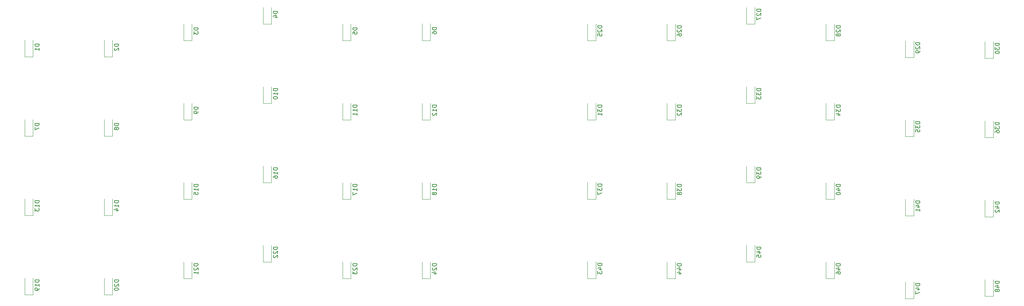
<source format=gbr>
%TF.GenerationSoftware,KiCad,Pcbnew,8.0.2*%
%TF.CreationDate,2024-05-01T20:17:26+07:00*%
%TF.ProjectId,apiratchai_split,61706972-6174-4636-9861-695f73706c69,rev?*%
%TF.SameCoordinates,Original*%
%TF.FileFunction,Legend,Bot*%
%TF.FilePolarity,Positive*%
%FSLAX46Y46*%
G04 Gerber Fmt 4.6, Leading zero omitted, Abs format (unit mm)*
G04 Created by KiCad (PCBNEW 8.0.2) date 2024-05-01 20:17:26*
%MOMM*%
%LPD*%
G01*
G04 APERTURE LIST*
%ADD10C,0.150000*%
%ADD11C,0.120000*%
G04 APERTURE END LIST*
D10*
X90561069Y-102479464D02*
X89561069Y-102479464D01*
X89561069Y-102479464D02*
X89561069Y-102717559D01*
X89561069Y-102717559D02*
X89608688Y-102860416D01*
X89608688Y-102860416D02*
X89703926Y-102955654D01*
X89703926Y-102955654D02*
X89799164Y-103003273D01*
X89799164Y-103003273D02*
X89989640Y-103050892D01*
X89989640Y-103050892D02*
X90132497Y-103050892D01*
X90132497Y-103050892D02*
X90322973Y-103003273D01*
X90322973Y-103003273D02*
X90418211Y-102955654D01*
X90418211Y-102955654D02*
X90513450Y-102860416D01*
X90513450Y-102860416D02*
X90561069Y-102717559D01*
X90561069Y-102717559D02*
X90561069Y-102479464D01*
X90561069Y-104003273D02*
X90561069Y-103431845D01*
X90561069Y-103717559D02*
X89561069Y-103717559D01*
X89561069Y-103717559D02*
X89703926Y-103622321D01*
X89703926Y-103622321D02*
X89799164Y-103527083D01*
X89799164Y-103527083D02*
X89846783Y-103431845D01*
X89561069Y-104860416D02*
X89561069Y-104669940D01*
X89561069Y-104669940D02*
X89608688Y-104574702D01*
X89608688Y-104574702D02*
X89656307Y-104527083D01*
X89656307Y-104527083D02*
X89799164Y-104431845D01*
X89799164Y-104431845D02*
X89989640Y-104384226D01*
X89989640Y-104384226D02*
X90370592Y-104384226D01*
X90370592Y-104384226D02*
X90465830Y-104431845D01*
X90465830Y-104431845D02*
X90513450Y-104479464D01*
X90513450Y-104479464D02*
X90561069Y-104574702D01*
X90561069Y-104574702D02*
X90561069Y-104765178D01*
X90561069Y-104765178D02*
X90513450Y-104860416D01*
X90513450Y-104860416D02*
X90465830Y-104908035D01*
X90465830Y-104908035D02*
X90370592Y-104955654D01*
X90370592Y-104955654D02*
X90132497Y-104955654D01*
X90132497Y-104955654D02*
X90037259Y-104908035D01*
X90037259Y-104908035D02*
X89989640Y-104860416D01*
X89989640Y-104860416D02*
X89942021Y-104765178D01*
X89942021Y-104765178D02*
X89942021Y-104574702D01*
X89942021Y-104574702D02*
X89989640Y-104479464D01*
X89989640Y-104479464D02*
X90037259Y-104431845D01*
X90037259Y-104431845D02*
X90132497Y-104384226D01*
X128661069Y-87398214D02*
X127661069Y-87398214D01*
X127661069Y-87398214D02*
X127661069Y-87636309D01*
X127661069Y-87636309D02*
X127708688Y-87779166D01*
X127708688Y-87779166D02*
X127803926Y-87874404D01*
X127803926Y-87874404D02*
X127899164Y-87922023D01*
X127899164Y-87922023D02*
X128089640Y-87969642D01*
X128089640Y-87969642D02*
X128232497Y-87969642D01*
X128232497Y-87969642D02*
X128422973Y-87922023D01*
X128422973Y-87922023D02*
X128518211Y-87874404D01*
X128518211Y-87874404D02*
X128613450Y-87779166D01*
X128613450Y-87779166D02*
X128661069Y-87636309D01*
X128661069Y-87636309D02*
X128661069Y-87398214D01*
X128661069Y-88922023D02*
X128661069Y-88350595D01*
X128661069Y-88636309D02*
X127661069Y-88636309D01*
X127661069Y-88636309D02*
X127803926Y-88541071D01*
X127803926Y-88541071D02*
X127899164Y-88445833D01*
X127899164Y-88445833D02*
X127946783Y-88350595D01*
X127756307Y-89302976D02*
X127708688Y-89350595D01*
X127708688Y-89350595D02*
X127661069Y-89445833D01*
X127661069Y-89445833D02*
X127661069Y-89683928D01*
X127661069Y-89683928D02*
X127708688Y-89779166D01*
X127708688Y-89779166D02*
X127756307Y-89826785D01*
X127756307Y-89826785D02*
X127851545Y-89874404D01*
X127851545Y-89874404D02*
X127946783Y-89874404D01*
X127946783Y-89874404D02*
X128089640Y-89826785D01*
X128089640Y-89826785D02*
X128661069Y-89255357D01*
X128661069Y-89255357D02*
X128661069Y-89874404D01*
X187398569Y-68348214D02*
X186398569Y-68348214D01*
X186398569Y-68348214D02*
X186398569Y-68586309D01*
X186398569Y-68586309D02*
X186446188Y-68729166D01*
X186446188Y-68729166D02*
X186541426Y-68824404D01*
X186541426Y-68824404D02*
X186636664Y-68872023D01*
X186636664Y-68872023D02*
X186827140Y-68919642D01*
X186827140Y-68919642D02*
X186969997Y-68919642D01*
X186969997Y-68919642D02*
X187160473Y-68872023D01*
X187160473Y-68872023D02*
X187255711Y-68824404D01*
X187255711Y-68824404D02*
X187350950Y-68729166D01*
X187350950Y-68729166D02*
X187398569Y-68586309D01*
X187398569Y-68586309D02*
X187398569Y-68348214D01*
X186493807Y-69300595D02*
X186446188Y-69348214D01*
X186446188Y-69348214D02*
X186398569Y-69443452D01*
X186398569Y-69443452D02*
X186398569Y-69681547D01*
X186398569Y-69681547D02*
X186446188Y-69776785D01*
X186446188Y-69776785D02*
X186493807Y-69824404D01*
X186493807Y-69824404D02*
X186589045Y-69872023D01*
X186589045Y-69872023D02*
X186684283Y-69872023D01*
X186684283Y-69872023D02*
X186827140Y-69824404D01*
X186827140Y-69824404D02*
X187398569Y-69252976D01*
X187398569Y-69252976D02*
X187398569Y-69872023D01*
X186398569Y-70729166D02*
X186398569Y-70538690D01*
X186398569Y-70538690D02*
X186446188Y-70443452D01*
X186446188Y-70443452D02*
X186493807Y-70395833D01*
X186493807Y-70395833D02*
X186636664Y-70300595D01*
X186636664Y-70300595D02*
X186827140Y-70252976D01*
X186827140Y-70252976D02*
X187208092Y-70252976D01*
X187208092Y-70252976D02*
X187303330Y-70300595D01*
X187303330Y-70300595D02*
X187350950Y-70348214D01*
X187350950Y-70348214D02*
X187398569Y-70443452D01*
X187398569Y-70443452D02*
X187398569Y-70633928D01*
X187398569Y-70633928D02*
X187350950Y-70729166D01*
X187350950Y-70729166D02*
X187303330Y-70776785D01*
X187303330Y-70776785D02*
X187208092Y-70824404D01*
X187208092Y-70824404D02*
X186969997Y-70824404D01*
X186969997Y-70824404D02*
X186874759Y-70776785D01*
X186874759Y-70776785D02*
X186827140Y-70729166D01*
X186827140Y-70729166D02*
X186779521Y-70633928D01*
X186779521Y-70633928D02*
X186779521Y-70443452D01*
X186779521Y-70443452D02*
X186827140Y-70348214D01*
X186827140Y-70348214D02*
X186874759Y-70300595D01*
X186874759Y-70300595D02*
X186969997Y-70252976D01*
X109611069Y-106448214D02*
X108611069Y-106448214D01*
X108611069Y-106448214D02*
X108611069Y-106686309D01*
X108611069Y-106686309D02*
X108658688Y-106829166D01*
X108658688Y-106829166D02*
X108753926Y-106924404D01*
X108753926Y-106924404D02*
X108849164Y-106972023D01*
X108849164Y-106972023D02*
X109039640Y-107019642D01*
X109039640Y-107019642D02*
X109182497Y-107019642D01*
X109182497Y-107019642D02*
X109372973Y-106972023D01*
X109372973Y-106972023D02*
X109468211Y-106924404D01*
X109468211Y-106924404D02*
X109563450Y-106829166D01*
X109563450Y-106829166D02*
X109611069Y-106686309D01*
X109611069Y-106686309D02*
X109611069Y-106448214D01*
X109611069Y-107972023D02*
X109611069Y-107400595D01*
X109611069Y-107686309D02*
X108611069Y-107686309D01*
X108611069Y-107686309D02*
X108753926Y-107591071D01*
X108753926Y-107591071D02*
X108849164Y-107495833D01*
X108849164Y-107495833D02*
X108896783Y-107400595D01*
X108611069Y-108305357D02*
X108611069Y-108972023D01*
X108611069Y-108972023D02*
X109611069Y-108543452D01*
X90561069Y-83429464D02*
X89561069Y-83429464D01*
X89561069Y-83429464D02*
X89561069Y-83667559D01*
X89561069Y-83667559D02*
X89608688Y-83810416D01*
X89608688Y-83810416D02*
X89703926Y-83905654D01*
X89703926Y-83905654D02*
X89799164Y-83953273D01*
X89799164Y-83953273D02*
X89989640Y-84000892D01*
X89989640Y-84000892D02*
X90132497Y-84000892D01*
X90132497Y-84000892D02*
X90322973Y-83953273D01*
X90322973Y-83953273D02*
X90418211Y-83905654D01*
X90418211Y-83905654D02*
X90513450Y-83810416D01*
X90513450Y-83810416D02*
X90561069Y-83667559D01*
X90561069Y-83667559D02*
X90561069Y-83429464D01*
X90561069Y-84953273D02*
X90561069Y-84381845D01*
X90561069Y-84667559D02*
X89561069Y-84667559D01*
X89561069Y-84667559D02*
X89703926Y-84572321D01*
X89703926Y-84572321D02*
X89799164Y-84477083D01*
X89799164Y-84477083D02*
X89846783Y-84381845D01*
X89561069Y-85572321D02*
X89561069Y-85667559D01*
X89561069Y-85667559D02*
X89608688Y-85762797D01*
X89608688Y-85762797D02*
X89656307Y-85810416D01*
X89656307Y-85810416D02*
X89751545Y-85858035D01*
X89751545Y-85858035D02*
X89942021Y-85905654D01*
X89942021Y-85905654D02*
X90180116Y-85905654D01*
X90180116Y-85905654D02*
X90370592Y-85858035D01*
X90370592Y-85858035D02*
X90465830Y-85810416D01*
X90465830Y-85810416D02*
X90513450Y-85762797D01*
X90513450Y-85762797D02*
X90561069Y-85667559D01*
X90561069Y-85667559D02*
X90561069Y-85572321D01*
X90561069Y-85572321D02*
X90513450Y-85477083D01*
X90513450Y-85477083D02*
X90465830Y-85429464D01*
X90465830Y-85429464D02*
X90370592Y-85381845D01*
X90370592Y-85381845D02*
X90180116Y-85334226D01*
X90180116Y-85334226D02*
X89942021Y-85334226D01*
X89942021Y-85334226D02*
X89751545Y-85381845D01*
X89751545Y-85381845D02*
X89656307Y-85429464D01*
X89656307Y-85429464D02*
X89608688Y-85477083D01*
X89608688Y-85477083D02*
X89561069Y-85572321D01*
X187398569Y-125498214D02*
X186398569Y-125498214D01*
X186398569Y-125498214D02*
X186398569Y-125736309D01*
X186398569Y-125736309D02*
X186446188Y-125879166D01*
X186446188Y-125879166D02*
X186541426Y-125974404D01*
X186541426Y-125974404D02*
X186636664Y-126022023D01*
X186636664Y-126022023D02*
X186827140Y-126069642D01*
X186827140Y-126069642D02*
X186969997Y-126069642D01*
X186969997Y-126069642D02*
X187160473Y-126022023D01*
X187160473Y-126022023D02*
X187255711Y-125974404D01*
X187255711Y-125974404D02*
X187350950Y-125879166D01*
X187350950Y-125879166D02*
X187398569Y-125736309D01*
X187398569Y-125736309D02*
X187398569Y-125498214D01*
X186731902Y-126926785D02*
X187398569Y-126926785D01*
X186350950Y-126688690D02*
X187065235Y-126450595D01*
X187065235Y-126450595D02*
X187065235Y-127069642D01*
X186731902Y-127879166D02*
X187398569Y-127879166D01*
X186350950Y-127641071D02*
X187065235Y-127402976D01*
X187065235Y-127402976D02*
X187065235Y-128022023D01*
X168348569Y-106385714D02*
X167348569Y-106385714D01*
X167348569Y-106385714D02*
X167348569Y-106623809D01*
X167348569Y-106623809D02*
X167396188Y-106766666D01*
X167396188Y-106766666D02*
X167491426Y-106861904D01*
X167491426Y-106861904D02*
X167586664Y-106909523D01*
X167586664Y-106909523D02*
X167777140Y-106957142D01*
X167777140Y-106957142D02*
X167919997Y-106957142D01*
X167919997Y-106957142D02*
X168110473Y-106909523D01*
X168110473Y-106909523D02*
X168205711Y-106861904D01*
X168205711Y-106861904D02*
X168300950Y-106766666D01*
X168300950Y-106766666D02*
X168348569Y-106623809D01*
X168348569Y-106623809D02*
X168348569Y-106385714D01*
X167348569Y-107290476D02*
X167348569Y-107909523D01*
X167348569Y-107909523D02*
X167729521Y-107576190D01*
X167729521Y-107576190D02*
X167729521Y-107719047D01*
X167729521Y-107719047D02*
X167777140Y-107814285D01*
X167777140Y-107814285D02*
X167824759Y-107861904D01*
X167824759Y-107861904D02*
X167919997Y-107909523D01*
X167919997Y-107909523D02*
X168158092Y-107909523D01*
X168158092Y-107909523D02*
X168253330Y-107861904D01*
X168253330Y-107861904D02*
X168300950Y-107814285D01*
X168300950Y-107814285D02*
X168348569Y-107719047D01*
X168348569Y-107719047D02*
X168348569Y-107433333D01*
X168348569Y-107433333D02*
X168300950Y-107338095D01*
X168300950Y-107338095D02*
X168253330Y-107290476D01*
X167348569Y-108242857D02*
X167348569Y-108909523D01*
X167348569Y-108909523D02*
X168348569Y-108480952D01*
X225498569Y-87398214D02*
X224498569Y-87398214D01*
X224498569Y-87398214D02*
X224498569Y-87636309D01*
X224498569Y-87636309D02*
X224546188Y-87779166D01*
X224546188Y-87779166D02*
X224641426Y-87874404D01*
X224641426Y-87874404D02*
X224736664Y-87922023D01*
X224736664Y-87922023D02*
X224927140Y-87969642D01*
X224927140Y-87969642D02*
X225069997Y-87969642D01*
X225069997Y-87969642D02*
X225260473Y-87922023D01*
X225260473Y-87922023D02*
X225355711Y-87874404D01*
X225355711Y-87874404D02*
X225450950Y-87779166D01*
X225450950Y-87779166D02*
X225498569Y-87636309D01*
X225498569Y-87636309D02*
X225498569Y-87398214D01*
X224498569Y-88302976D02*
X224498569Y-88922023D01*
X224498569Y-88922023D02*
X224879521Y-88588690D01*
X224879521Y-88588690D02*
X224879521Y-88731547D01*
X224879521Y-88731547D02*
X224927140Y-88826785D01*
X224927140Y-88826785D02*
X224974759Y-88874404D01*
X224974759Y-88874404D02*
X225069997Y-88922023D01*
X225069997Y-88922023D02*
X225308092Y-88922023D01*
X225308092Y-88922023D02*
X225403330Y-88874404D01*
X225403330Y-88874404D02*
X225450950Y-88826785D01*
X225450950Y-88826785D02*
X225498569Y-88731547D01*
X225498569Y-88731547D02*
X225498569Y-88445833D01*
X225498569Y-88445833D02*
X225450950Y-88350595D01*
X225450950Y-88350595D02*
X225403330Y-88302976D01*
X224831902Y-89779166D02*
X225498569Y-89779166D01*
X224450950Y-89541071D02*
X225165235Y-89302976D01*
X225165235Y-89302976D02*
X225165235Y-89922023D01*
X33411069Y-110354464D02*
X32411069Y-110354464D01*
X32411069Y-110354464D02*
X32411069Y-110592559D01*
X32411069Y-110592559D02*
X32458688Y-110735416D01*
X32458688Y-110735416D02*
X32553926Y-110830654D01*
X32553926Y-110830654D02*
X32649164Y-110878273D01*
X32649164Y-110878273D02*
X32839640Y-110925892D01*
X32839640Y-110925892D02*
X32982497Y-110925892D01*
X32982497Y-110925892D02*
X33172973Y-110878273D01*
X33172973Y-110878273D02*
X33268211Y-110830654D01*
X33268211Y-110830654D02*
X33363450Y-110735416D01*
X33363450Y-110735416D02*
X33411069Y-110592559D01*
X33411069Y-110592559D02*
X33411069Y-110354464D01*
X33411069Y-111878273D02*
X33411069Y-111306845D01*
X33411069Y-111592559D02*
X32411069Y-111592559D01*
X32411069Y-111592559D02*
X32553926Y-111497321D01*
X32553926Y-111497321D02*
X32649164Y-111402083D01*
X32649164Y-111402083D02*
X32696783Y-111306845D01*
X32411069Y-112211607D02*
X32411069Y-112830654D01*
X32411069Y-112830654D02*
X32792021Y-112497321D01*
X32792021Y-112497321D02*
X32792021Y-112640178D01*
X32792021Y-112640178D02*
X32839640Y-112735416D01*
X32839640Y-112735416D02*
X32887259Y-112783035D01*
X32887259Y-112783035D02*
X32982497Y-112830654D01*
X32982497Y-112830654D02*
X33220592Y-112830654D01*
X33220592Y-112830654D02*
X33315830Y-112783035D01*
X33315830Y-112783035D02*
X33363450Y-112735416D01*
X33363450Y-112735416D02*
X33411069Y-112640178D01*
X33411069Y-112640178D02*
X33411069Y-112354464D01*
X33411069Y-112354464D02*
X33363450Y-112259226D01*
X33363450Y-112259226D02*
X33315830Y-112211607D01*
X52461069Y-91780655D02*
X51461069Y-91780655D01*
X51461069Y-91780655D02*
X51461069Y-92018750D01*
X51461069Y-92018750D02*
X51508688Y-92161607D01*
X51508688Y-92161607D02*
X51603926Y-92256845D01*
X51603926Y-92256845D02*
X51699164Y-92304464D01*
X51699164Y-92304464D02*
X51889640Y-92352083D01*
X51889640Y-92352083D02*
X52032497Y-92352083D01*
X52032497Y-92352083D02*
X52222973Y-92304464D01*
X52222973Y-92304464D02*
X52318211Y-92256845D01*
X52318211Y-92256845D02*
X52413450Y-92161607D01*
X52413450Y-92161607D02*
X52461069Y-92018750D01*
X52461069Y-92018750D02*
X52461069Y-91780655D01*
X51889640Y-92923512D02*
X51842021Y-92828274D01*
X51842021Y-92828274D02*
X51794402Y-92780655D01*
X51794402Y-92780655D02*
X51699164Y-92733036D01*
X51699164Y-92733036D02*
X51651545Y-92733036D01*
X51651545Y-92733036D02*
X51556307Y-92780655D01*
X51556307Y-92780655D02*
X51508688Y-92828274D01*
X51508688Y-92828274D02*
X51461069Y-92923512D01*
X51461069Y-92923512D02*
X51461069Y-93113988D01*
X51461069Y-93113988D02*
X51508688Y-93209226D01*
X51508688Y-93209226D02*
X51556307Y-93256845D01*
X51556307Y-93256845D02*
X51651545Y-93304464D01*
X51651545Y-93304464D02*
X51699164Y-93304464D01*
X51699164Y-93304464D02*
X51794402Y-93256845D01*
X51794402Y-93256845D02*
X51842021Y-93209226D01*
X51842021Y-93209226D02*
X51889640Y-93113988D01*
X51889640Y-93113988D02*
X51889640Y-92923512D01*
X51889640Y-92923512D02*
X51937259Y-92828274D01*
X51937259Y-92828274D02*
X51984878Y-92780655D01*
X51984878Y-92780655D02*
X52080116Y-92733036D01*
X52080116Y-92733036D02*
X52270592Y-92733036D01*
X52270592Y-92733036D02*
X52365830Y-92780655D01*
X52365830Y-92780655D02*
X52413450Y-92828274D01*
X52413450Y-92828274D02*
X52461069Y-92923512D01*
X52461069Y-92923512D02*
X52461069Y-93113988D01*
X52461069Y-93113988D02*
X52413450Y-93209226D01*
X52413450Y-93209226D02*
X52365830Y-93256845D01*
X52365830Y-93256845D02*
X52270592Y-93304464D01*
X52270592Y-93304464D02*
X52080116Y-93304464D01*
X52080116Y-93304464D02*
X51984878Y-93256845D01*
X51984878Y-93256845D02*
X51937259Y-93209226D01*
X51937259Y-93209226D02*
X51889640Y-93113988D01*
X109611069Y-125498214D02*
X108611069Y-125498214D01*
X108611069Y-125498214D02*
X108611069Y-125736309D01*
X108611069Y-125736309D02*
X108658688Y-125879166D01*
X108658688Y-125879166D02*
X108753926Y-125974404D01*
X108753926Y-125974404D02*
X108849164Y-126022023D01*
X108849164Y-126022023D02*
X109039640Y-126069642D01*
X109039640Y-126069642D02*
X109182497Y-126069642D01*
X109182497Y-126069642D02*
X109372973Y-126022023D01*
X109372973Y-126022023D02*
X109468211Y-125974404D01*
X109468211Y-125974404D02*
X109563450Y-125879166D01*
X109563450Y-125879166D02*
X109611069Y-125736309D01*
X109611069Y-125736309D02*
X109611069Y-125498214D01*
X108706307Y-126450595D02*
X108658688Y-126498214D01*
X108658688Y-126498214D02*
X108611069Y-126593452D01*
X108611069Y-126593452D02*
X108611069Y-126831547D01*
X108611069Y-126831547D02*
X108658688Y-126926785D01*
X108658688Y-126926785D02*
X108706307Y-126974404D01*
X108706307Y-126974404D02*
X108801545Y-127022023D01*
X108801545Y-127022023D02*
X108896783Y-127022023D01*
X108896783Y-127022023D02*
X109039640Y-126974404D01*
X109039640Y-126974404D02*
X109611069Y-126402976D01*
X109611069Y-126402976D02*
X109611069Y-127022023D01*
X108611069Y-127355357D02*
X108611069Y-127974404D01*
X108611069Y-127974404D02*
X108992021Y-127641071D01*
X108992021Y-127641071D02*
X108992021Y-127783928D01*
X108992021Y-127783928D02*
X109039640Y-127879166D01*
X109039640Y-127879166D02*
X109087259Y-127926785D01*
X109087259Y-127926785D02*
X109182497Y-127974404D01*
X109182497Y-127974404D02*
X109420592Y-127974404D01*
X109420592Y-127974404D02*
X109515830Y-127926785D01*
X109515830Y-127926785D02*
X109563450Y-127879166D01*
X109563450Y-127879166D02*
X109611069Y-127783928D01*
X109611069Y-127783928D02*
X109611069Y-127498214D01*
X109611069Y-127498214D02*
X109563450Y-127402976D01*
X109563450Y-127402976D02*
X109515830Y-127355357D01*
X128661069Y-125498214D02*
X127661069Y-125498214D01*
X127661069Y-125498214D02*
X127661069Y-125736309D01*
X127661069Y-125736309D02*
X127708688Y-125879166D01*
X127708688Y-125879166D02*
X127803926Y-125974404D01*
X127803926Y-125974404D02*
X127899164Y-126022023D01*
X127899164Y-126022023D02*
X128089640Y-126069642D01*
X128089640Y-126069642D02*
X128232497Y-126069642D01*
X128232497Y-126069642D02*
X128422973Y-126022023D01*
X128422973Y-126022023D02*
X128518211Y-125974404D01*
X128518211Y-125974404D02*
X128613450Y-125879166D01*
X128613450Y-125879166D02*
X128661069Y-125736309D01*
X128661069Y-125736309D02*
X128661069Y-125498214D01*
X127756307Y-126450595D02*
X127708688Y-126498214D01*
X127708688Y-126498214D02*
X127661069Y-126593452D01*
X127661069Y-126593452D02*
X127661069Y-126831547D01*
X127661069Y-126831547D02*
X127708688Y-126926785D01*
X127708688Y-126926785D02*
X127756307Y-126974404D01*
X127756307Y-126974404D02*
X127851545Y-127022023D01*
X127851545Y-127022023D02*
X127946783Y-127022023D01*
X127946783Y-127022023D02*
X128089640Y-126974404D01*
X128089640Y-126974404D02*
X128661069Y-126402976D01*
X128661069Y-126402976D02*
X128661069Y-127022023D01*
X127994402Y-127879166D02*
X128661069Y-127879166D01*
X127613450Y-127641071D02*
X128327735Y-127402976D01*
X128327735Y-127402976D02*
X128327735Y-128022023D01*
X187398569Y-87398214D02*
X186398569Y-87398214D01*
X186398569Y-87398214D02*
X186398569Y-87636309D01*
X186398569Y-87636309D02*
X186446188Y-87779166D01*
X186446188Y-87779166D02*
X186541426Y-87874404D01*
X186541426Y-87874404D02*
X186636664Y-87922023D01*
X186636664Y-87922023D02*
X186827140Y-87969642D01*
X186827140Y-87969642D02*
X186969997Y-87969642D01*
X186969997Y-87969642D02*
X187160473Y-87922023D01*
X187160473Y-87922023D02*
X187255711Y-87874404D01*
X187255711Y-87874404D02*
X187350950Y-87779166D01*
X187350950Y-87779166D02*
X187398569Y-87636309D01*
X187398569Y-87636309D02*
X187398569Y-87398214D01*
X186398569Y-88302976D02*
X186398569Y-88922023D01*
X186398569Y-88922023D02*
X186779521Y-88588690D01*
X186779521Y-88588690D02*
X186779521Y-88731547D01*
X186779521Y-88731547D02*
X186827140Y-88826785D01*
X186827140Y-88826785D02*
X186874759Y-88874404D01*
X186874759Y-88874404D02*
X186969997Y-88922023D01*
X186969997Y-88922023D02*
X187208092Y-88922023D01*
X187208092Y-88922023D02*
X187303330Y-88874404D01*
X187303330Y-88874404D02*
X187350950Y-88826785D01*
X187350950Y-88826785D02*
X187398569Y-88731547D01*
X187398569Y-88731547D02*
X187398569Y-88445833D01*
X187398569Y-88445833D02*
X187350950Y-88350595D01*
X187350950Y-88350595D02*
X187303330Y-88302976D01*
X186493807Y-89302976D02*
X186446188Y-89350595D01*
X186446188Y-89350595D02*
X186398569Y-89445833D01*
X186398569Y-89445833D02*
X186398569Y-89683928D01*
X186398569Y-89683928D02*
X186446188Y-89779166D01*
X186446188Y-89779166D02*
X186493807Y-89826785D01*
X186493807Y-89826785D02*
X186589045Y-89874404D01*
X186589045Y-89874404D02*
X186684283Y-89874404D01*
X186684283Y-89874404D02*
X186827140Y-89826785D01*
X186827140Y-89826785D02*
X187398569Y-89255357D01*
X187398569Y-89255357D02*
X187398569Y-89874404D01*
X52461069Y-110354464D02*
X51461069Y-110354464D01*
X51461069Y-110354464D02*
X51461069Y-110592559D01*
X51461069Y-110592559D02*
X51508688Y-110735416D01*
X51508688Y-110735416D02*
X51603926Y-110830654D01*
X51603926Y-110830654D02*
X51699164Y-110878273D01*
X51699164Y-110878273D02*
X51889640Y-110925892D01*
X51889640Y-110925892D02*
X52032497Y-110925892D01*
X52032497Y-110925892D02*
X52222973Y-110878273D01*
X52222973Y-110878273D02*
X52318211Y-110830654D01*
X52318211Y-110830654D02*
X52413450Y-110735416D01*
X52413450Y-110735416D02*
X52461069Y-110592559D01*
X52461069Y-110592559D02*
X52461069Y-110354464D01*
X52461069Y-111878273D02*
X52461069Y-111306845D01*
X52461069Y-111592559D02*
X51461069Y-111592559D01*
X51461069Y-111592559D02*
X51603926Y-111497321D01*
X51603926Y-111497321D02*
X51699164Y-111402083D01*
X51699164Y-111402083D02*
X51746783Y-111306845D01*
X51794402Y-112735416D02*
X52461069Y-112735416D01*
X51413450Y-112497321D02*
X52127735Y-112259226D01*
X52127735Y-112259226D02*
X52127735Y-112878273D01*
X225498569Y-68348214D02*
X224498569Y-68348214D01*
X224498569Y-68348214D02*
X224498569Y-68586309D01*
X224498569Y-68586309D02*
X224546188Y-68729166D01*
X224546188Y-68729166D02*
X224641426Y-68824404D01*
X224641426Y-68824404D02*
X224736664Y-68872023D01*
X224736664Y-68872023D02*
X224927140Y-68919642D01*
X224927140Y-68919642D02*
X225069997Y-68919642D01*
X225069997Y-68919642D02*
X225260473Y-68872023D01*
X225260473Y-68872023D02*
X225355711Y-68824404D01*
X225355711Y-68824404D02*
X225450950Y-68729166D01*
X225450950Y-68729166D02*
X225498569Y-68586309D01*
X225498569Y-68586309D02*
X225498569Y-68348214D01*
X224593807Y-69300595D02*
X224546188Y-69348214D01*
X224546188Y-69348214D02*
X224498569Y-69443452D01*
X224498569Y-69443452D02*
X224498569Y-69681547D01*
X224498569Y-69681547D02*
X224546188Y-69776785D01*
X224546188Y-69776785D02*
X224593807Y-69824404D01*
X224593807Y-69824404D02*
X224689045Y-69872023D01*
X224689045Y-69872023D02*
X224784283Y-69872023D01*
X224784283Y-69872023D02*
X224927140Y-69824404D01*
X224927140Y-69824404D02*
X225498569Y-69252976D01*
X225498569Y-69252976D02*
X225498569Y-69872023D01*
X224927140Y-70443452D02*
X224879521Y-70348214D01*
X224879521Y-70348214D02*
X224831902Y-70300595D01*
X224831902Y-70300595D02*
X224736664Y-70252976D01*
X224736664Y-70252976D02*
X224689045Y-70252976D01*
X224689045Y-70252976D02*
X224593807Y-70300595D01*
X224593807Y-70300595D02*
X224546188Y-70348214D01*
X224546188Y-70348214D02*
X224498569Y-70443452D01*
X224498569Y-70443452D02*
X224498569Y-70633928D01*
X224498569Y-70633928D02*
X224546188Y-70729166D01*
X224546188Y-70729166D02*
X224593807Y-70776785D01*
X224593807Y-70776785D02*
X224689045Y-70824404D01*
X224689045Y-70824404D02*
X224736664Y-70824404D01*
X224736664Y-70824404D02*
X224831902Y-70776785D01*
X224831902Y-70776785D02*
X224879521Y-70729166D01*
X224879521Y-70729166D02*
X224927140Y-70633928D01*
X224927140Y-70633928D02*
X224927140Y-70443452D01*
X224927140Y-70443452D02*
X224974759Y-70348214D01*
X224974759Y-70348214D02*
X225022378Y-70300595D01*
X225022378Y-70300595D02*
X225117616Y-70252976D01*
X225117616Y-70252976D02*
X225308092Y-70252976D01*
X225308092Y-70252976D02*
X225403330Y-70300595D01*
X225403330Y-70300595D02*
X225450950Y-70348214D01*
X225450950Y-70348214D02*
X225498569Y-70443452D01*
X225498569Y-70443452D02*
X225498569Y-70633928D01*
X225498569Y-70633928D02*
X225450950Y-70729166D01*
X225450950Y-70729166D02*
X225403330Y-70776785D01*
X225403330Y-70776785D02*
X225308092Y-70824404D01*
X225308092Y-70824404D02*
X225117616Y-70824404D01*
X225117616Y-70824404D02*
X225022378Y-70776785D01*
X225022378Y-70776785D02*
X224974759Y-70729166D01*
X224974759Y-70729166D02*
X224927140Y-70633928D01*
X90561069Y-64855655D02*
X89561069Y-64855655D01*
X89561069Y-64855655D02*
X89561069Y-65093750D01*
X89561069Y-65093750D02*
X89608688Y-65236607D01*
X89608688Y-65236607D02*
X89703926Y-65331845D01*
X89703926Y-65331845D02*
X89799164Y-65379464D01*
X89799164Y-65379464D02*
X89989640Y-65427083D01*
X89989640Y-65427083D02*
X90132497Y-65427083D01*
X90132497Y-65427083D02*
X90322973Y-65379464D01*
X90322973Y-65379464D02*
X90418211Y-65331845D01*
X90418211Y-65331845D02*
X90513450Y-65236607D01*
X90513450Y-65236607D02*
X90561069Y-65093750D01*
X90561069Y-65093750D02*
X90561069Y-64855655D01*
X89894402Y-66284226D02*
X90561069Y-66284226D01*
X89513450Y-66046131D02*
X90227735Y-65808036D01*
X90227735Y-65808036D02*
X90227735Y-66427083D01*
X168348569Y-125435714D02*
X167348569Y-125435714D01*
X167348569Y-125435714D02*
X167348569Y-125673809D01*
X167348569Y-125673809D02*
X167396188Y-125816666D01*
X167396188Y-125816666D02*
X167491426Y-125911904D01*
X167491426Y-125911904D02*
X167586664Y-125959523D01*
X167586664Y-125959523D02*
X167777140Y-126007142D01*
X167777140Y-126007142D02*
X167919997Y-126007142D01*
X167919997Y-126007142D02*
X168110473Y-125959523D01*
X168110473Y-125959523D02*
X168205711Y-125911904D01*
X168205711Y-125911904D02*
X168300950Y-125816666D01*
X168300950Y-125816666D02*
X168348569Y-125673809D01*
X168348569Y-125673809D02*
X168348569Y-125435714D01*
X167681902Y-126864285D02*
X168348569Y-126864285D01*
X167300950Y-126626190D02*
X168015235Y-126388095D01*
X168015235Y-126388095D02*
X168015235Y-127007142D01*
X167348569Y-127292857D02*
X167348569Y-127911904D01*
X167348569Y-127911904D02*
X167729521Y-127578571D01*
X167729521Y-127578571D02*
X167729521Y-127721428D01*
X167729521Y-127721428D02*
X167777140Y-127816666D01*
X167777140Y-127816666D02*
X167824759Y-127864285D01*
X167824759Y-127864285D02*
X167919997Y-127911904D01*
X167919997Y-127911904D02*
X168158092Y-127911904D01*
X168158092Y-127911904D02*
X168253330Y-127864285D01*
X168253330Y-127864285D02*
X168300950Y-127816666D01*
X168300950Y-127816666D02*
X168348569Y-127721428D01*
X168348569Y-127721428D02*
X168348569Y-127435714D01*
X168348569Y-127435714D02*
X168300950Y-127340476D01*
X168300950Y-127340476D02*
X168253330Y-127292857D01*
X187398569Y-106448214D02*
X186398569Y-106448214D01*
X186398569Y-106448214D02*
X186398569Y-106686309D01*
X186398569Y-106686309D02*
X186446188Y-106829166D01*
X186446188Y-106829166D02*
X186541426Y-106924404D01*
X186541426Y-106924404D02*
X186636664Y-106972023D01*
X186636664Y-106972023D02*
X186827140Y-107019642D01*
X186827140Y-107019642D02*
X186969997Y-107019642D01*
X186969997Y-107019642D02*
X187160473Y-106972023D01*
X187160473Y-106972023D02*
X187255711Y-106924404D01*
X187255711Y-106924404D02*
X187350950Y-106829166D01*
X187350950Y-106829166D02*
X187398569Y-106686309D01*
X187398569Y-106686309D02*
X187398569Y-106448214D01*
X186398569Y-107352976D02*
X186398569Y-107972023D01*
X186398569Y-107972023D02*
X186779521Y-107638690D01*
X186779521Y-107638690D02*
X186779521Y-107781547D01*
X186779521Y-107781547D02*
X186827140Y-107876785D01*
X186827140Y-107876785D02*
X186874759Y-107924404D01*
X186874759Y-107924404D02*
X186969997Y-107972023D01*
X186969997Y-107972023D02*
X187208092Y-107972023D01*
X187208092Y-107972023D02*
X187303330Y-107924404D01*
X187303330Y-107924404D02*
X187350950Y-107876785D01*
X187350950Y-107876785D02*
X187398569Y-107781547D01*
X187398569Y-107781547D02*
X187398569Y-107495833D01*
X187398569Y-107495833D02*
X187350950Y-107400595D01*
X187350950Y-107400595D02*
X187303330Y-107352976D01*
X186827140Y-108543452D02*
X186779521Y-108448214D01*
X186779521Y-108448214D02*
X186731902Y-108400595D01*
X186731902Y-108400595D02*
X186636664Y-108352976D01*
X186636664Y-108352976D02*
X186589045Y-108352976D01*
X186589045Y-108352976D02*
X186493807Y-108400595D01*
X186493807Y-108400595D02*
X186446188Y-108448214D01*
X186446188Y-108448214D02*
X186398569Y-108543452D01*
X186398569Y-108543452D02*
X186398569Y-108733928D01*
X186398569Y-108733928D02*
X186446188Y-108829166D01*
X186446188Y-108829166D02*
X186493807Y-108876785D01*
X186493807Y-108876785D02*
X186589045Y-108924404D01*
X186589045Y-108924404D02*
X186636664Y-108924404D01*
X186636664Y-108924404D02*
X186731902Y-108876785D01*
X186731902Y-108876785D02*
X186779521Y-108829166D01*
X186779521Y-108829166D02*
X186827140Y-108733928D01*
X186827140Y-108733928D02*
X186827140Y-108543452D01*
X186827140Y-108543452D02*
X186874759Y-108448214D01*
X186874759Y-108448214D02*
X186922378Y-108400595D01*
X186922378Y-108400595D02*
X187017616Y-108352976D01*
X187017616Y-108352976D02*
X187208092Y-108352976D01*
X187208092Y-108352976D02*
X187303330Y-108400595D01*
X187303330Y-108400595D02*
X187350950Y-108448214D01*
X187350950Y-108448214D02*
X187398569Y-108543452D01*
X187398569Y-108543452D02*
X187398569Y-108733928D01*
X187398569Y-108733928D02*
X187350950Y-108829166D01*
X187350950Y-108829166D02*
X187303330Y-108876785D01*
X187303330Y-108876785D02*
X187208092Y-108924404D01*
X187208092Y-108924404D02*
X187017616Y-108924404D01*
X187017616Y-108924404D02*
X186922378Y-108876785D01*
X186922378Y-108876785D02*
X186874759Y-108829166D01*
X186874759Y-108829166D02*
X186827140Y-108733928D01*
X52461069Y-72730655D02*
X51461069Y-72730655D01*
X51461069Y-72730655D02*
X51461069Y-72968750D01*
X51461069Y-72968750D02*
X51508688Y-73111607D01*
X51508688Y-73111607D02*
X51603926Y-73206845D01*
X51603926Y-73206845D02*
X51699164Y-73254464D01*
X51699164Y-73254464D02*
X51889640Y-73302083D01*
X51889640Y-73302083D02*
X52032497Y-73302083D01*
X52032497Y-73302083D02*
X52222973Y-73254464D01*
X52222973Y-73254464D02*
X52318211Y-73206845D01*
X52318211Y-73206845D02*
X52413450Y-73111607D01*
X52413450Y-73111607D02*
X52461069Y-72968750D01*
X52461069Y-72968750D02*
X52461069Y-72730655D01*
X51556307Y-73683036D02*
X51508688Y-73730655D01*
X51508688Y-73730655D02*
X51461069Y-73825893D01*
X51461069Y-73825893D02*
X51461069Y-74063988D01*
X51461069Y-74063988D02*
X51508688Y-74159226D01*
X51508688Y-74159226D02*
X51556307Y-74206845D01*
X51556307Y-74206845D02*
X51651545Y-74254464D01*
X51651545Y-74254464D02*
X51746783Y-74254464D01*
X51746783Y-74254464D02*
X51889640Y-74206845D01*
X51889640Y-74206845D02*
X52461069Y-73635417D01*
X52461069Y-73635417D02*
X52461069Y-74254464D01*
X244548569Y-110416964D02*
X243548569Y-110416964D01*
X243548569Y-110416964D02*
X243548569Y-110655059D01*
X243548569Y-110655059D02*
X243596188Y-110797916D01*
X243596188Y-110797916D02*
X243691426Y-110893154D01*
X243691426Y-110893154D02*
X243786664Y-110940773D01*
X243786664Y-110940773D02*
X243977140Y-110988392D01*
X243977140Y-110988392D02*
X244119997Y-110988392D01*
X244119997Y-110988392D02*
X244310473Y-110940773D01*
X244310473Y-110940773D02*
X244405711Y-110893154D01*
X244405711Y-110893154D02*
X244500950Y-110797916D01*
X244500950Y-110797916D02*
X244548569Y-110655059D01*
X244548569Y-110655059D02*
X244548569Y-110416964D01*
X243881902Y-111845535D02*
X244548569Y-111845535D01*
X243500950Y-111607440D02*
X244215235Y-111369345D01*
X244215235Y-111369345D02*
X244215235Y-111988392D01*
X244548569Y-112893154D02*
X244548569Y-112321726D01*
X244548569Y-112607440D02*
X243548569Y-112607440D01*
X243548569Y-112607440D02*
X243691426Y-112512202D01*
X243691426Y-112512202D02*
X243786664Y-112416964D01*
X243786664Y-112416964D02*
X243834283Y-112321726D01*
X71511069Y-125498214D02*
X70511069Y-125498214D01*
X70511069Y-125498214D02*
X70511069Y-125736309D01*
X70511069Y-125736309D02*
X70558688Y-125879166D01*
X70558688Y-125879166D02*
X70653926Y-125974404D01*
X70653926Y-125974404D02*
X70749164Y-126022023D01*
X70749164Y-126022023D02*
X70939640Y-126069642D01*
X70939640Y-126069642D02*
X71082497Y-126069642D01*
X71082497Y-126069642D02*
X71272973Y-126022023D01*
X71272973Y-126022023D02*
X71368211Y-125974404D01*
X71368211Y-125974404D02*
X71463450Y-125879166D01*
X71463450Y-125879166D02*
X71511069Y-125736309D01*
X71511069Y-125736309D02*
X71511069Y-125498214D01*
X70606307Y-126450595D02*
X70558688Y-126498214D01*
X70558688Y-126498214D02*
X70511069Y-126593452D01*
X70511069Y-126593452D02*
X70511069Y-126831547D01*
X70511069Y-126831547D02*
X70558688Y-126926785D01*
X70558688Y-126926785D02*
X70606307Y-126974404D01*
X70606307Y-126974404D02*
X70701545Y-127022023D01*
X70701545Y-127022023D02*
X70796783Y-127022023D01*
X70796783Y-127022023D02*
X70939640Y-126974404D01*
X70939640Y-126974404D02*
X71511069Y-126402976D01*
X71511069Y-126402976D02*
X71511069Y-127022023D01*
X71511069Y-127974404D02*
X71511069Y-127402976D01*
X71511069Y-127688690D02*
X70511069Y-127688690D01*
X70511069Y-127688690D02*
X70653926Y-127593452D01*
X70653926Y-127593452D02*
X70749164Y-127498214D01*
X70749164Y-127498214D02*
X70796783Y-127402976D01*
X128661069Y-68761905D02*
X127661069Y-68761905D01*
X127661069Y-68761905D02*
X127661069Y-69000000D01*
X127661069Y-69000000D02*
X127708688Y-69142857D01*
X127708688Y-69142857D02*
X127803926Y-69238095D01*
X127803926Y-69238095D02*
X127899164Y-69285714D01*
X127899164Y-69285714D02*
X128089640Y-69333333D01*
X128089640Y-69333333D02*
X128232497Y-69333333D01*
X128232497Y-69333333D02*
X128422973Y-69285714D01*
X128422973Y-69285714D02*
X128518211Y-69238095D01*
X128518211Y-69238095D02*
X128613450Y-69142857D01*
X128613450Y-69142857D02*
X128661069Y-69000000D01*
X128661069Y-69000000D02*
X128661069Y-68761905D01*
X127661069Y-70190476D02*
X127661069Y-70000000D01*
X127661069Y-70000000D02*
X127708688Y-69904762D01*
X127708688Y-69904762D02*
X127756307Y-69857143D01*
X127756307Y-69857143D02*
X127899164Y-69761905D01*
X127899164Y-69761905D02*
X128089640Y-69714286D01*
X128089640Y-69714286D02*
X128470592Y-69714286D01*
X128470592Y-69714286D02*
X128565830Y-69761905D01*
X128565830Y-69761905D02*
X128613450Y-69809524D01*
X128613450Y-69809524D02*
X128661069Y-69904762D01*
X128661069Y-69904762D02*
X128661069Y-70095238D01*
X128661069Y-70095238D02*
X128613450Y-70190476D01*
X128613450Y-70190476D02*
X128565830Y-70238095D01*
X128565830Y-70238095D02*
X128470592Y-70285714D01*
X128470592Y-70285714D02*
X128232497Y-70285714D01*
X128232497Y-70285714D02*
X128137259Y-70238095D01*
X128137259Y-70238095D02*
X128089640Y-70190476D01*
X128089640Y-70190476D02*
X128042021Y-70095238D01*
X128042021Y-70095238D02*
X128042021Y-69904762D01*
X128042021Y-69904762D02*
X128089640Y-69809524D01*
X128089640Y-69809524D02*
X128137259Y-69761905D01*
X128137259Y-69761905D02*
X128232497Y-69714286D01*
X244548569Y-130260714D02*
X243548569Y-130260714D01*
X243548569Y-130260714D02*
X243548569Y-130498809D01*
X243548569Y-130498809D02*
X243596188Y-130641666D01*
X243596188Y-130641666D02*
X243691426Y-130736904D01*
X243691426Y-130736904D02*
X243786664Y-130784523D01*
X243786664Y-130784523D02*
X243977140Y-130832142D01*
X243977140Y-130832142D02*
X244119997Y-130832142D01*
X244119997Y-130832142D02*
X244310473Y-130784523D01*
X244310473Y-130784523D02*
X244405711Y-130736904D01*
X244405711Y-130736904D02*
X244500950Y-130641666D01*
X244500950Y-130641666D02*
X244548569Y-130498809D01*
X244548569Y-130498809D02*
X244548569Y-130260714D01*
X243881902Y-131689285D02*
X244548569Y-131689285D01*
X243500950Y-131451190D02*
X244215235Y-131213095D01*
X244215235Y-131213095D02*
X244215235Y-131832142D01*
X243548569Y-132117857D02*
X243548569Y-132784523D01*
X243548569Y-132784523D02*
X244548569Y-132355952D01*
X206448569Y-83429464D02*
X205448569Y-83429464D01*
X205448569Y-83429464D02*
X205448569Y-83667559D01*
X205448569Y-83667559D02*
X205496188Y-83810416D01*
X205496188Y-83810416D02*
X205591426Y-83905654D01*
X205591426Y-83905654D02*
X205686664Y-83953273D01*
X205686664Y-83953273D02*
X205877140Y-84000892D01*
X205877140Y-84000892D02*
X206019997Y-84000892D01*
X206019997Y-84000892D02*
X206210473Y-83953273D01*
X206210473Y-83953273D02*
X206305711Y-83905654D01*
X206305711Y-83905654D02*
X206400950Y-83810416D01*
X206400950Y-83810416D02*
X206448569Y-83667559D01*
X206448569Y-83667559D02*
X206448569Y-83429464D01*
X205448569Y-84334226D02*
X205448569Y-84953273D01*
X205448569Y-84953273D02*
X205829521Y-84619940D01*
X205829521Y-84619940D02*
X205829521Y-84762797D01*
X205829521Y-84762797D02*
X205877140Y-84858035D01*
X205877140Y-84858035D02*
X205924759Y-84905654D01*
X205924759Y-84905654D02*
X206019997Y-84953273D01*
X206019997Y-84953273D02*
X206258092Y-84953273D01*
X206258092Y-84953273D02*
X206353330Y-84905654D01*
X206353330Y-84905654D02*
X206400950Y-84858035D01*
X206400950Y-84858035D02*
X206448569Y-84762797D01*
X206448569Y-84762797D02*
X206448569Y-84477083D01*
X206448569Y-84477083D02*
X206400950Y-84381845D01*
X206400950Y-84381845D02*
X206353330Y-84334226D01*
X205448569Y-85286607D02*
X205448569Y-85905654D01*
X205448569Y-85905654D02*
X205829521Y-85572321D01*
X205829521Y-85572321D02*
X205829521Y-85715178D01*
X205829521Y-85715178D02*
X205877140Y-85810416D01*
X205877140Y-85810416D02*
X205924759Y-85858035D01*
X205924759Y-85858035D02*
X206019997Y-85905654D01*
X206019997Y-85905654D02*
X206258092Y-85905654D01*
X206258092Y-85905654D02*
X206353330Y-85858035D01*
X206353330Y-85858035D02*
X206400950Y-85810416D01*
X206400950Y-85810416D02*
X206448569Y-85715178D01*
X206448569Y-85715178D02*
X206448569Y-85429464D01*
X206448569Y-85429464D02*
X206400950Y-85334226D01*
X206400950Y-85334226D02*
X206353330Y-85286607D01*
X263598569Y-129691964D02*
X262598569Y-129691964D01*
X262598569Y-129691964D02*
X262598569Y-129930059D01*
X262598569Y-129930059D02*
X262646188Y-130072916D01*
X262646188Y-130072916D02*
X262741426Y-130168154D01*
X262741426Y-130168154D02*
X262836664Y-130215773D01*
X262836664Y-130215773D02*
X263027140Y-130263392D01*
X263027140Y-130263392D02*
X263169997Y-130263392D01*
X263169997Y-130263392D02*
X263360473Y-130215773D01*
X263360473Y-130215773D02*
X263455711Y-130168154D01*
X263455711Y-130168154D02*
X263550950Y-130072916D01*
X263550950Y-130072916D02*
X263598569Y-129930059D01*
X263598569Y-129930059D02*
X263598569Y-129691964D01*
X262931902Y-131120535D02*
X263598569Y-131120535D01*
X262550950Y-130882440D02*
X263265235Y-130644345D01*
X263265235Y-130644345D02*
X263265235Y-131263392D01*
X263027140Y-131787202D02*
X262979521Y-131691964D01*
X262979521Y-131691964D02*
X262931902Y-131644345D01*
X262931902Y-131644345D02*
X262836664Y-131596726D01*
X262836664Y-131596726D02*
X262789045Y-131596726D01*
X262789045Y-131596726D02*
X262693807Y-131644345D01*
X262693807Y-131644345D02*
X262646188Y-131691964D01*
X262646188Y-131691964D02*
X262598569Y-131787202D01*
X262598569Y-131787202D02*
X262598569Y-131977678D01*
X262598569Y-131977678D02*
X262646188Y-132072916D01*
X262646188Y-132072916D02*
X262693807Y-132120535D01*
X262693807Y-132120535D02*
X262789045Y-132168154D01*
X262789045Y-132168154D02*
X262836664Y-132168154D01*
X262836664Y-132168154D02*
X262931902Y-132120535D01*
X262931902Y-132120535D02*
X262979521Y-132072916D01*
X262979521Y-132072916D02*
X263027140Y-131977678D01*
X263027140Y-131977678D02*
X263027140Y-131787202D01*
X263027140Y-131787202D02*
X263074759Y-131691964D01*
X263074759Y-131691964D02*
X263122378Y-131644345D01*
X263122378Y-131644345D02*
X263217616Y-131596726D01*
X263217616Y-131596726D02*
X263408092Y-131596726D01*
X263408092Y-131596726D02*
X263503330Y-131644345D01*
X263503330Y-131644345D02*
X263550950Y-131691964D01*
X263550950Y-131691964D02*
X263598569Y-131787202D01*
X263598569Y-131787202D02*
X263598569Y-131977678D01*
X263598569Y-131977678D02*
X263550950Y-132072916D01*
X263550950Y-132072916D02*
X263503330Y-132120535D01*
X263503330Y-132120535D02*
X263408092Y-132168154D01*
X263408092Y-132168154D02*
X263217616Y-132168154D01*
X263217616Y-132168154D02*
X263122378Y-132120535D01*
X263122378Y-132120535D02*
X263074759Y-132072916D01*
X263074759Y-132072916D02*
X263027140Y-131977678D01*
X263598569Y-91591964D02*
X262598569Y-91591964D01*
X262598569Y-91591964D02*
X262598569Y-91830059D01*
X262598569Y-91830059D02*
X262646188Y-91972916D01*
X262646188Y-91972916D02*
X262741426Y-92068154D01*
X262741426Y-92068154D02*
X262836664Y-92115773D01*
X262836664Y-92115773D02*
X263027140Y-92163392D01*
X263027140Y-92163392D02*
X263169997Y-92163392D01*
X263169997Y-92163392D02*
X263360473Y-92115773D01*
X263360473Y-92115773D02*
X263455711Y-92068154D01*
X263455711Y-92068154D02*
X263550950Y-91972916D01*
X263550950Y-91972916D02*
X263598569Y-91830059D01*
X263598569Y-91830059D02*
X263598569Y-91591964D01*
X262598569Y-92496726D02*
X262598569Y-93115773D01*
X262598569Y-93115773D02*
X262979521Y-92782440D01*
X262979521Y-92782440D02*
X262979521Y-92925297D01*
X262979521Y-92925297D02*
X263027140Y-93020535D01*
X263027140Y-93020535D02*
X263074759Y-93068154D01*
X263074759Y-93068154D02*
X263169997Y-93115773D01*
X263169997Y-93115773D02*
X263408092Y-93115773D01*
X263408092Y-93115773D02*
X263503330Y-93068154D01*
X263503330Y-93068154D02*
X263550950Y-93020535D01*
X263550950Y-93020535D02*
X263598569Y-92925297D01*
X263598569Y-92925297D02*
X263598569Y-92639583D01*
X263598569Y-92639583D02*
X263550950Y-92544345D01*
X263550950Y-92544345D02*
X263503330Y-92496726D01*
X262598569Y-93972916D02*
X262598569Y-93782440D01*
X262598569Y-93782440D02*
X262646188Y-93687202D01*
X262646188Y-93687202D02*
X262693807Y-93639583D01*
X262693807Y-93639583D02*
X262836664Y-93544345D01*
X262836664Y-93544345D02*
X263027140Y-93496726D01*
X263027140Y-93496726D02*
X263408092Y-93496726D01*
X263408092Y-93496726D02*
X263503330Y-93544345D01*
X263503330Y-93544345D02*
X263550950Y-93591964D01*
X263550950Y-93591964D02*
X263598569Y-93687202D01*
X263598569Y-93687202D02*
X263598569Y-93877678D01*
X263598569Y-93877678D02*
X263550950Y-93972916D01*
X263550950Y-93972916D02*
X263503330Y-94020535D01*
X263503330Y-94020535D02*
X263408092Y-94068154D01*
X263408092Y-94068154D02*
X263169997Y-94068154D01*
X263169997Y-94068154D02*
X263074759Y-94020535D01*
X263074759Y-94020535D02*
X263027140Y-93972916D01*
X263027140Y-93972916D02*
X262979521Y-93877678D01*
X262979521Y-93877678D02*
X262979521Y-93687202D01*
X262979521Y-93687202D02*
X263027140Y-93591964D01*
X263027140Y-93591964D02*
X263074759Y-93544345D01*
X263074759Y-93544345D02*
X263169997Y-93496726D01*
X33411069Y-91780655D02*
X32411069Y-91780655D01*
X32411069Y-91780655D02*
X32411069Y-92018750D01*
X32411069Y-92018750D02*
X32458688Y-92161607D01*
X32458688Y-92161607D02*
X32553926Y-92256845D01*
X32553926Y-92256845D02*
X32649164Y-92304464D01*
X32649164Y-92304464D02*
X32839640Y-92352083D01*
X32839640Y-92352083D02*
X32982497Y-92352083D01*
X32982497Y-92352083D02*
X33172973Y-92304464D01*
X33172973Y-92304464D02*
X33268211Y-92256845D01*
X33268211Y-92256845D02*
X33363450Y-92161607D01*
X33363450Y-92161607D02*
X33411069Y-92018750D01*
X33411069Y-92018750D02*
X33411069Y-91780655D01*
X32411069Y-92685417D02*
X32411069Y-93352083D01*
X32411069Y-93352083D02*
X33411069Y-92923512D01*
X71511069Y-68824405D02*
X70511069Y-68824405D01*
X70511069Y-68824405D02*
X70511069Y-69062500D01*
X70511069Y-69062500D02*
X70558688Y-69205357D01*
X70558688Y-69205357D02*
X70653926Y-69300595D01*
X70653926Y-69300595D02*
X70749164Y-69348214D01*
X70749164Y-69348214D02*
X70939640Y-69395833D01*
X70939640Y-69395833D02*
X71082497Y-69395833D01*
X71082497Y-69395833D02*
X71272973Y-69348214D01*
X71272973Y-69348214D02*
X71368211Y-69300595D01*
X71368211Y-69300595D02*
X71463450Y-69205357D01*
X71463450Y-69205357D02*
X71511069Y-69062500D01*
X71511069Y-69062500D02*
X71511069Y-68824405D01*
X70511069Y-69729167D02*
X70511069Y-70348214D01*
X70511069Y-70348214D02*
X70892021Y-70014881D01*
X70892021Y-70014881D02*
X70892021Y-70157738D01*
X70892021Y-70157738D02*
X70939640Y-70252976D01*
X70939640Y-70252976D02*
X70987259Y-70300595D01*
X70987259Y-70300595D02*
X71082497Y-70348214D01*
X71082497Y-70348214D02*
X71320592Y-70348214D01*
X71320592Y-70348214D02*
X71415830Y-70300595D01*
X71415830Y-70300595D02*
X71463450Y-70252976D01*
X71463450Y-70252976D02*
X71511069Y-70157738D01*
X71511069Y-70157738D02*
X71511069Y-69872024D01*
X71511069Y-69872024D02*
X71463450Y-69776786D01*
X71463450Y-69776786D02*
X71415830Y-69729167D01*
X90561069Y-121529464D02*
X89561069Y-121529464D01*
X89561069Y-121529464D02*
X89561069Y-121767559D01*
X89561069Y-121767559D02*
X89608688Y-121910416D01*
X89608688Y-121910416D02*
X89703926Y-122005654D01*
X89703926Y-122005654D02*
X89799164Y-122053273D01*
X89799164Y-122053273D02*
X89989640Y-122100892D01*
X89989640Y-122100892D02*
X90132497Y-122100892D01*
X90132497Y-122100892D02*
X90322973Y-122053273D01*
X90322973Y-122053273D02*
X90418211Y-122005654D01*
X90418211Y-122005654D02*
X90513450Y-121910416D01*
X90513450Y-121910416D02*
X90561069Y-121767559D01*
X90561069Y-121767559D02*
X90561069Y-121529464D01*
X89656307Y-122481845D02*
X89608688Y-122529464D01*
X89608688Y-122529464D02*
X89561069Y-122624702D01*
X89561069Y-122624702D02*
X89561069Y-122862797D01*
X89561069Y-122862797D02*
X89608688Y-122958035D01*
X89608688Y-122958035D02*
X89656307Y-123005654D01*
X89656307Y-123005654D02*
X89751545Y-123053273D01*
X89751545Y-123053273D02*
X89846783Y-123053273D01*
X89846783Y-123053273D02*
X89989640Y-123005654D01*
X89989640Y-123005654D02*
X90561069Y-122434226D01*
X90561069Y-122434226D02*
X90561069Y-123053273D01*
X89656307Y-123434226D02*
X89608688Y-123481845D01*
X89608688Y-123481845D02*
X89561069Y-123577083D01*
X89561069Y-123577083D02*
X89561069Y-123815178D01*
X89561069Y-123815178D02*
X89608688Y-123910416D01*
X89608688Y-123910416D02*
X89656307Y-123958035D01*
X89656307Y-123958035D02*
X89751545Y-124005654D01*
X89751545Y-124005654D02*
X89846783Y-124005654D01*
X89846783Y-124005654D02*
X89989640Y-123958035D01*
X89989640Y-123958035D02*
X90561069Y-123386607D01*
X90561069Y-123386607D02*
X90561069Y-124005654D01*
X52461069Y-129404464D02*
X51461069Y-129404464D01*
X51461069Y-129404464D02*
X51461069Y-129642559D01*
X51461069Y-129642559D02*
X51508688Y-129785416D01*
X51508688Y-129785416D02*
X51603926Y-129880654D01*
X51603926Y-129880654D02*
X51699164Y-129928273D01*
X51699164Y-129928273D02*
X51889640Y-129975892D01*
X51889640Y-129975892D02*
X52032497Y-129975892D01*
X52032497Y-129975892D02*
X52222973Y-129928273D01*
X52222973Y-129928273D02*
X52318211Y-129880654D01*
X52318211Y-129880654D02*
X52413450Y-129785416D01*
X52413450Y-129785416D02*
X52461069Y-129642559D01*
X52461069Y-129642559D02*
X52461069Y-129404464D01*
X51556307Y-130356845D02*
X51508688Y-130404464D01*
X51508688Y-130404464D02*
X51461069Y-130499702D01*
X51461069Y-130499702D02*
X51461069Y-130737797D01*
X51461069Y-130737797D02*
X51508688Y-130833035D01*
X51508688Y-130833035D02*
X51556307Y-130880654D01*
X51556307Y-130880654D02*
X51651545Y-130928273D01*
X51651545Y-130928273D02*
X51746783Y-130928273D01*
X51746783Y-130928273D02*
X51889640Y-130880654D01*
X51889640Y-130880654D02*
X52461069Y-130309226D01*
X52461069Y-130309226D02*
X52461069Y-130928273D01*
X51461069Y-131547321D02*
X51461069Y-131642559D01*
X51461069Y-131642559D02*
X51508688Y-131737797D01*
X51508688Y-131737797D02*
X51556307Y-131785416D01*
X51556307Y-131785416D02*
X51651545Y-131833035D01*
X51651545Y-131833035D02*
X51842021Y-131880654D01*
X51842021Y-131880654D02*
X52080116Y-131880654D01*
X52080116Y-131880654D02*
X52270592Y-131833035D01*
X52270592Y-131833035D02*
X52365830Y-131785416D01*
X52365830Y-131785416D02*
X52413450Y-131737797D01*
X52413450Y-131737797D02*
X52461069Y-131642559D01*
X52461069Y-131642559D02*
X52461069Y-131547321D01*
X52461069Y-131547321D02*
X52413450Y-131452083D01*
X52413450Y-131452083D02*
X52365830Y-131404464D01*
X52365830Y-131404464D02*
X52270592Y-131356845D01*
X52270592Y-131356845D02*
X52080116Y-131309226D01*
X52080116Y-131309226D02*
X51842021Y-131309226D01*
X51842021Y-131309226D02*
X51651545Y-131356845D01*
X51651545Y-131356845D02*
X51556307Y-131404464D01*
X51556307Y-131404464D02*
X51508688Y-131452083D01*
X51508688Y-131452083D02*
X51461069Y-131547321D01*
X206448569Y-64379464D02*
X205448569Y-64379464D01*
X205448569Y-64379464D02*
X205448569Y-64617559D01*
X205448569Y-64617559D02*
X205496188Y-64760416D01*
X205496188Y-64760416D02*
X205591426Y-64855654D01*
X205591426Y-64855654D02*
X205686664Y-64903273D01*
X205686664Y-64903273D02*
X205877140Y-64950892D01*
X205877140Y-64950892D02*
X206019997Y-64950892D01*
X206019997Y-64950892D02*
X206210473Y-64903273D01*
X206210473Y-64903273D02*
X206305711Y-64855654D01*
X206305711Y-64855654D02*
X206400950Y-64760416D01*
X206400950Y-64760416D02*
X206448569Y-64617559D01*
X206448569Y-64617559D02*
X206448569Y-64379464D01*
X205543807Y-65331845D02*
X205496188Y-65379464D01*
X205496188Y-65379464D02*
X205448569Y-65474702D01*
X205448569Y-65474702D02*
X205448569Y-65712797D01*
X205448569Y-65712797D02*
X205496188Y-65808035D01*
X205496188Y-65808035D02*
X205543807Y-65855654D01*
X205543807Y-65855654D02*
X205639045Y-65903273D01*
X205639045Y-65903273D02*
X205734283Y-65903273D01*
X205734283Y-65903273D02*
X205877140Y-65855654D01*
X205877140Y-65855654D02*
X206448569Y-65284226D01*
X206448569Y-65284226D02*
X206448569Y-65903273D01*
X205448569Y-66236607D02*
X205448569Y-66903273D01*
X205448569Y-66903273D02*
X206448569Y-66474702D01*
X263598569Y-72541964D02*
X262598569Y-72541964D01*
X262598569Y-72541964D02*
X262598569Y-72780059D01*
X262598569Y-72780059D02*
X262646188Y-72922916D01*
X262646188Y-72922916D02*
X262741426Y-73018154D01*
X262741426Y-73018154D02*
X262836664Y-73065773D01*
X262836664Y-73065773D02*
X263027140Y-73113392D01*
X263027140Y-73113392D02*
X263169997Y-73113392D01*
X263169997Y-73113392D02*
X263360473Y-73065773D01*
X263360473Y-73065773D02*
X263455711Y-73018154D01*
X263455711Y-73018154D02*
X263550950Y-72922916D01*
X263550950Y-72922916D02*
X263598569Y-72780059D01*
X263598569Y-72780059D02*
X263598569Y-72541964D01*
X262598569Y-73446726D02*
X262598569Y-74065773D01*
X262598569Y-74065773D02*
X262979521Y-73732440D01*
X262979521Y-73732440D02*
X262979521Y-73875297D01*
X262979521Y-73875297D02*
X263027140Y-73970535D01*
X263027140Y-73970535D02*
X263074759Y-74018154D01*
X263074759Y-74018154D02*
X263169997Y-74065773D01*
X263169997Y-74065773D02*
X263408092Y-74065773D01*
X263408092Y-74065773D02*
X263503330Y-74018154D01*
X263503330Y-74018154D02*
X263550950Y-73970535D01*
X263550950Y-73970535D02*
X263598569Y-73875297D01*
X263598569Y-73875297D02*
X263598569Y-73589583D01*
X263598569Y-73589583D02*
X263550950Y-73494345D01*
X263550950Y-73494345D02*
X263503330Y-73446726D01*
X262598569Y-74684821D02*
X262598569Y-74780059D01*
X262598569Y-74780059D02*
X262646188Y-74875297D01*
X262646188Y-74875297D02*
X262693807Y-74922916D01*
X262693807Y-74922916D02*
X262789045Y-74970535D01*
X262789045Y-74970535D02*
X262979521Y-75018154D01*
X262979521Y-75018154D02*
X263217616Y-75018154D01*
X263217616Y-75018154D02*
X263408092Y-74970535D01*
X263408092Y-74970535D02*
X263503330Y-74922916D01*
X263503330Y-74922916D02*
X263550950Y-74875297D01*
X263550950Y-74875297D02*
X263598569Y-74780059D01*
X263598569Y-74780059D02*
X263598569Y-74684821D01*
X263598569Y-74684821D02*
X263550950Y-74589583D01*
X263550950Y-74589583D02*
X263503330Y-74541964D01*
X263503330Y-74541964D02*
X263408092Y-74494345D01*
X263408092Y-74494345D02*
X263217616Y-74446726D01*
X263217616Y-74446726D02*
X262979521Y-74446726D01*
X262979521Y-74446726D02*
X262789045Y-74494345D01*
X262789045Y-74494345D02*
X262693807Y-74541964D01*
X262693807Y-74541964D02*
X262646188Y-74589583D01*
X262646188Y-74589583D02*
X262598569Y-74684821D01*
X206448569Y-121466964D02*
X205448569Y-121466964D01*
X205448569Y-121466964D02*
X205448569Y-121705059D01*
X205448569Y-121705059D02*
X205496188Y-121847916D01*
X205496188Y-121847916D02*
X205591426Y-121943154D01*
X205591426Y-121943154D02*
X205686664Y-121990773D01*
X205686664Y-121990773D02*
X205877140Y-122038392D01*
X205877140Y-122038392D02*
X206019997Y-122038392D01*
X206019997Y-122038392D02*
X206210473Y-121990773D01*
X206210473Y-121990773D02*
X206305711Y-121943154D01*
X206305711Y-121943154D02*
X206400950Y-121847916D01*
X206400950Y-121847916D02*
X206448569Y-121705059D01*
X206448569Y-121705059D02*
X206448569Y-121466964D01*
X205781902Y-122895535D02*
X206448569Y-122895535D01*
X205400950Y-122657440D02*
X206115235Y-122419345D01*
X206115235Y-122419345D02*
X206115235Y-123038392D01*
X205448569Y-123895535D02*
X205448569Y-123419345D01*
X205448569Y-123419345D02*
X205924759Y-123371726D01*
X205924759Y-123371726D02*
X205877140Y-123419345D01*
X205877140Y-123419345D02*
X205829521Y-123514583D01*
X205829521Y-123514583D02*
X205829521Y-123752678D01*
X205829521Y-123752678D02*
X205877140Y-123847916D01*
X205877140Y-123847916D02*
X205924759Y-123895535D01*
X205924759Y-123895535D02*
X206019997Y-123943154D01*
X206019997Y-123943154D02*
X206258092Y-123943154D01*
X206258092Y-123943154D02*
X206353330Y-123895535D01*
X206353330Y-123895535D02*
X206400950Y-123847916D01*
X206400950Y-123847916D02*
X206448569Y-123752678D01*
X206448569Y-123752678D02*
X206448569Y-123514583D01*
X206448569Y-123514583D02*
X206400950Y-123419345D01*
X206400950Y-123419345D02*
X206353330Y-123371726D01*
X206448569Y-102479464D02*
X205448569Y-102479464D01*
X205448569Y-102479464D02*
X205448569Y-102717559D01*
X205448569Y-102717559D02*
X205496188Y-102860416D01*
X205496188Y-102860416D02*
X205591426Y-102955654D01*
X205591426Y-102955654D02*
X205686664Y-103003273D01*
X205686664Y-103003273D02*
X205877140Y-103050892D01*
X205877140Y-103050892D02*
X206019997Y-103050892D01*
X206019997Y-103050892D02*
X206210473Y-103003273D01*
X206210473Y-103003273D02*
X206305711Y-102955654D01*
X206305711Y-102955654D02*
X206400950Y-102860416D01*
X206400950Y-102860416D02*
X206448569Y-102717559D01*
X206448569Y-102717559D02*
X206448569Y-102479464D01*
X205448569Y-103384226D02*
X205448569Y-104003273D01*
X205448569Y-104003273D02*
X205829521Y-103669940D01*
X205829521Y-103669940D02*
X205829521Y-103812797D01*
X205829521Y-103812797D02*
X205877140Y-103908035D01*
X205877140Y-103908035D02*
X205924759Y-103955654D01*
X205924759Y-103955654D02*
X206019997Y-104003273D01*
X206019997Y-104003273D02*
X206258092Y-104003273D01*
X206258092Y-104003273D02*
X206353330Y-103955654D01*
X206353330Y-103955654D02*
X206400950Y-103908035D01*
X206400950Y-103908035D02*
X206448569Y-103812797D01*
X206448569Y-103812797D02*
X206448569Y-103527083D01*
X206448569Y-103527083D02*
X206400950Y-103431845D01*
X206400950Y-103431845D02*
X206353330Y-103384226D01*
X206448569Y-104479464D02*
X206448569Y-104669940D01*
X206448569Y-104669940D02*
X206400950Y-104765178D01*
X206400950Y-104765178D02*
X206353330Y-104812797D01*
X206353330Y-104812797D02*
X206210473Y-104908035D01*
X206210473Y-104908035D02*
X206019997Y-104955654D01*
X206019997Y-104955654D02*
X205639045Y-104955654D01*
X205639045Y-104955654D02*
X205543807Y-104908035D01*
X205543807Y-104908035D02*
X205496188Y-104860416D01*
X205496188Y-104860416D02*
X205448569Y-104765178D01*
X205448569Y-104765178D02*
X205448569Y-104574702D01*
X205448569Y-104574702D02*
X205496188Y-104479464D01*
X205496188Y-104479464D02*
X205543807Y-104431845D01*
X205543807Y-104431845D02*
X205639045Y-104384226D01*
X205639045Y-104384226D02*
X205877140Y-104384226D01*
X205877140Y-104384226D02*
X205972378Y-104431845D01*
X205972378Y-104431845D02*
X206019997Y-104479464D01*
X206019997Y-104479464D02*
X206067616Y-104574702D01*
X206067616Y-104574702D02*
X206067616Y-104765178D01*
X206067616Y-104765178D02*
X206019997Y-104860416D01*
X206019997Y-104860416D02*
X205972378Y-104908035D01*
X205972378Y-104908035D02*
X205877140Y-104955654D01*
X109611069Y-68824405D02*
X108611069Y-68824405D01*
X108611069Y-68824405D02*
X108611069Y-69062500D01*
X108611069Y-69062500D02*
X108658688Y-69205357D01*
X108658688Y-69205357D02*
X108753926Y-69300595D01*
X108753926Y-69300595D02*
X108849164Y-69348214D01*
X108849164Y-69348214D02*
X109039640Y-69395833D01*
X109039640Y-69395833D02*
X109182497Y-69395833D01*
X109182497Y-69395833D02*
X109372973Y-69348214D01*
X109372973Y-69348214D02*
X109468211Y-69300595D01*
X109468211Y-69300595D02*
X109563450Y-69205357D01*
X109563450Y-69205357D02*
X109611069Y-69062500D01*
X109611069Y-69062500D02*
X109611069Y-68824405D01*
X108611069Y-70300595D02*
X108611069Y-69824405D01*
X108611069Y-69824405D02*
X109087259Y-69776786D01*
X109087259Y-69776786D02*
X109039640Y-69824405D01*
X109039640Y-69824405D02*
X108992021Y-69919643D01*
X108992021Y-69919643D02*
X108992021Y-70157738D01*
X108992021Y-70157738D02*
X109039640Y-70252976D01*
X109039640Y-70252976D02*
X109087259Y-70300595D01*
X109087259Y-70300595D02*
X109182497Y-70348214D01*
X109182497Y-70348214D02*
X109420592Y-70348214D01*
X109420592Y-70348214D02*
X109515830Y-70300595D01*
X109515830Y-70300595D02*
X109563450Y-70252976D01*
X109563450Y-70252976D02*
X109611069Y-70157738D01*
X109611069Y-70157738D02*
X109611069Y-69919643D01*
X109611069Y-69919643D02*
X109563450Y-69824405D01*
X109563450Y-69824405D02*
X109515830Y-69776786D01*
X263598569Y-110641964D02*
X262598569Y-110641964D01*
X262598569Y-110641964D02*
X262598569Y-110880059D01*
X262598569Y-110880059D02*
X262646188Y-111022916D01*
X262646188Y-111022916D02*
X262741426Y-111118154D01*
X262741426Y-111118154D02*
X262836664Y-111165773D01*
X262836664Y-111165773D02*
X263027140Y-111213392D01*
X263027140Y-111213392D02*
X263169997Y-111213392D01*
X263169997Y-111213392D02*
X263360473Y-111165773D01*
X263360473Y-111165773D02*
X263455711Y-111118154D01*
X263455711Y-111118154D02*
X263550950Y-111022916D01*
X263550950Y-111022916D02*
X263598569Y-110880059D01*
X263598569Y-110880059D02*
X263598569Y-110641964D01*
X262931902Y-112070535D02*
X263598569Y-112070535D01*
X262550950Y-111832440D02*
X263265235Y-111594345D01*
X263265235Y-111594345D02*
X263265235Y-112213392D01*
X262693807Y-112546726D02*
X262646188Y-112594345D01*
X262646188Y-112594345D02*
X262598569Y-112689583D01*
X262598569Y-112689583D02*
X262598569Y-112927678D01*
X262598569Y-112927678D02*
X262646188Y-113022916D01*
X262646188Y-113022916D02*
X262693807Y-113070535D01*
X262693807Y-113070535D02*
X262789045Y-113118154D01*
X262789045Y-113118154D02*
X262884283Y-113118154D01*
X262884283Y-113118154D02*
X263027140Y-113070535D01*
X263027140Y-113070535D02*
X263598569Y-112499107D01*
X263598569Y-112499107D02*
X263598569Y-113118154D01*
X244548569Y-91366964D02*
X243548569Y-91366964D01*
X243548569Y-91366964D02*
X243548569Y-91605059D01*
X243548569Y-91605059D02*
X243596188Y-91747916D01*
X243596188Y-91747916D02*
X243691426Y-91843154D01*
X243691426Y-91843154D02*
X243786664Y-91890773D01*
X243786664Y-91890773D02*
X243977140Y-91938392D01*
X243977140Y-91938392D02*
X244119997Y-91938392D01*
X244119997Y-91938392D02*
X244310473Y-91890773D01*
X244310473Y-91890773D02*
X244405711Y-91843154D01*
X244405711Y-91843154D02*
X244500950Y-91747916D01*
X244500950Y-91747916D02*
X244548569Y-91605059D01*
X244548569Y-91605059D02*
X244548569Y-91366964D01*
X243548569Y-92271726D02*
X243548569Y-92890773D01*
X243548569Y-92890773D02*
X243929521Y-92557440D01*
X243929521Y-92557440D02*
X243929521Y-92700297D01*
X243929521Y-92700297D02*
X243977140Y-92795535D01*
X243977140Y-92795535D02*
X244024759Y-92843154D01*
X244024759Y-92843154D02*
X244119997Y-92890773D01*
X244119997Y-92890773D02*
X244358092Y-92890773D01*
X244358092Y-92890773D02*
X244453330Y-92843154D01*
X244453330Y-92843154D02*
X244500950Y-92795535D01*
X244500950Y-92795535D02*
X244548569Y-92700297D01*
X244548569Y-92700297D02*
X244548569Y-92414583D01*
X244548569Y-92414583D02*
X244500950Y-92319345D01*
X244500950Y-92319345D02*
X244453330Y-92271726D01*
X243548569Y-93795535D02*
X243548569Y-93319345D01*
X243548569Y-93319345D02*
X244024759Y-93271726D01*
X244024759Y-93271726D02*
X243977140Y-93319345D01*
X243977140Y-93319345D02*
X243929521Y-93414583D01*
X243929521Y-93414583D02*
X243929521Y-93652678D01*
X243929521Y-93652678D02*
X243977140Y-93747916D01*
X243977140Y-93747916D02*
X244024759Y-93795535D01*
X244024759Y-93795535D02*
X244119997Y-93843154D01*
X244119997Y-93843154D02*
X244358092Y-93843154D01*
X244358092Y-93843154D02*
X244453330Y-93795535D01*
X244453330Y-93795535D02*
X244500950Y-93747916D01*
X244500950Y-93747916D02*
X244548569Y-93652678D01*
X244548569Y-93652678D02*
X244548569Y-93414583D01*
X244548569Y-93414583D02*
X244500950Y-93319345D01*
X244500950Y-93319345D02*
X244453330Y-93271726D01*
X71511069Y-106448214D02*
X70511069Y-106448214D01*
X70511069Y-106448214D02*
X70511069Y-106686309D01*
X70511069Y-106686309D02*
X70558688Y-106829166D01*
X70558688Y-106829166D02*
X70653926Y-106924404D01*
X70653926Y-106924404D02*
X70749164Y-106972023D01*
X70749164Y-106972023D02*
X70939640Y-107019642D01*
X70939640Y-107019642D02*
X71082497Y-107019642D01*
X71082497Y-107019642D02*
X71272973Y-106972023D01*
X71272973Y-106972023D02*
X71368211Y-106924404D01*
X71368211Y-106924404D02*
X71463450Y-106829166D01*
X71463450Y-106829166D02*
X71511069Y-106686309D01*
X71511069Y-106686309D02*
X71511069Y-106448214D01*
X71511069Y-107972023D02*
X71511069Y-107400595D01*
X71511069Y-107686309D02*
X70511069Y-107686309D01*
X70511069Y-107686309D02*
X70653926Y-107591071D01*
X70653926Y-107591071D02*
X70749164Y-107495833D01*
X70749164Y-107495833D02*
X70796783Y-107400595D01*
X70511069Y-108876785D02*
X70511069Y-108400595D01*
X70511069Y-108400595D02*
X70987259Y-108352976D01*
X70987259Y-108352976D02*
X70939640Y-108400595D01*
X70939640Y-108400595D02*
X70892021Y-108495833D01*
X70892021Y-108495833D02*
X70892021Y-108733928D01*
X70892021Y-108733928D02*
X70939640Y-108829166D01*
X70939640Y-108829166D02*
X70987259Y-108876785D01*
X70987259Y-108876785D02*
X71082497Y-108924404D01*
X71082497Y-108924404D02*
X71320592Y-108924404D01*
X71320592Y-108924404D02*
X71415830Y-108876785D01*
X71415830Y-108876785D02*
X71463450Y-108829166D01*
X71463450Y-108829166D02*
X71511069Y-108733928D01*
X71511069Y-108733928D02*
X71511069Y-108495833D01*
X71511069Y-108495833D02*
X71463450Y-108400595D01*
X71463450Y-108400595D02*
X71415830Y-108352976D01*
X225498569Y-125498214D02*
X224498569Y-125498214D01*
X224498569Y-125498214D02*
X224498569Y-125736309D01*
X224498569Y-125736309D02*
X224546188Y-125879166D01*
X224546188Y-125879166D02*
X224641426Y-125974404D01*
X224641426Y-125974404D02*
X224736664Y-126022023D01*
X224736664Y-126022023D02*
X224927140Y-126069642D01*
X224927140Y-126069642D02*
X225069997Y-126069642D01*
X225069997Y-126069642D02*
X225260473Y-126022023D01*
X225260473Y-126022023D02*
X225355711Y-125974404D01*
X225355711Y-125974404D02*
X225450950Y-125879166D01*
X225450950Y-125879166D02*
X225498569Y-125736309D01*
X225498569Y-125736309D02*
X225498569Y-125498214D01*
X224831902Y-126926785D02*
X225498569Y-126926785D01*
X224450950Y-126688690D02*
X225165235Y-126450595D01*
X225165235Y-126450595D02*
X225165235Y-127069642D01*
X224498569Y-127879166D02*
X224498569Y-127688690D01*
X224498569Y-127688690D02*
X224546188Y-127593452D01*
X224546188Y-127593452D02*
X224593807Y-127545833D01*
X224593807Y-127545833D02*
X224736664Y-127450595D01*
X224736664Y-127450595D02*
X224927140Y-127402976D01*
X224927140Y-127402976D02*
X225308092Y-127402976D01*
X225308092Y-127402976D02*
X225403330Y-127450595D01*
X225403330Y-127450595D02*
X225450950Y-127498214D01*
X225450950Y-127498214D02*
X225498569Y-127593452D01*
X225498569Y-127593452D02*
X225498569Y-127783928D01*
X225498569Y-127783928D02*
X225450950Y-127879166D01*
X225450950Y-127879166D02*
X225403330Y-127926785D01*
X225403330Y-127926785D02*
X225308092Y-127974404D01*
X225308092Y-127974404D02*
X225069997Y-127974404D01*
X225069997Y-127974404D02*
X224974759Y-127926785D01*
X224974759Y-127926785D02*
X224927140Y-127879166D01*
X224927140Y-127879166D02*
X224879521Y-127783928D01*
X224879521Y-127783928D02*
X224879521Y-127593452D01*
X224879521Y-127593452D02*
X224927140Y-127498214D01*
X224927140Y-127498214D02*
X224974759Y-127450595D01*
X224974759Y-127450595D02*
X225069997Y-127402976D01*
X168348569Y-87398214D02*
X167348569Y-87398214D01*
X167348569Y-87398214D02*
X167348569Y-87636309D01*
X167348569Y-87636309D02*
X167396188Y-87779166D01*
X167396188Y-87779166D02*
X167491426Y-87874404D01*
X167491426Y-87874404D02*
X167586664Y-87922023D01*
X167586664Y-87922023D02*
X167777140Y-87969642D01*
X167777140Y-87969642D02*
X167919997Y-87969642D01*
X167919997Y-87969642D02*
X168110473Y-87922023D01*
X168110473Y-87922023D02*
X168205711Y-87874404D01*
X168205711Y-87874404D02*
X168300950Y-87779166D01*
X168300950Y-87779166D02*
X168348569Y-87636309D01*
X168348569Y-87636309D02*
X168348569Y-87398214D01*
X167348569Y-88302976D02*
X167348569Y-88922023D01*
X167348569Y-88922023D02*
X167729521Y-88588690D01*
X167729521Y-88588690D02*
X167729521Y-88731547D01*
X167729521Y-88731547D02*
X167777140Y-88826785D01*
X167777140Y-88826785D02*
X167824759Y-88874404D01*
X167824759Y-88874404D02*
X167919997Y-88922023D01*
X167919997Y-88922023D02*
X168158092Y-88922023D01*
X168158092Y-88922023D02*
X168253330Y-88874404D01*
X168253330Y-88874404D02*
X168300950Y-88826785D01*
X168300950Y-88826785D02*
X168348569Y-88731547D01*
X168348569Y-88731547D02*
X168348569Y-88445833D01*
X168348569Y-88445833D02*
X168300950Y-88350595D01*
X168300950Y-88350595D02*
X168253330Y-88302976D01*
X168348569Y-89874404D02*
X168348569Y-89302976D01*
X168348569Y-89588690D02*
X167348569Y-89588690D01*
X167348569Y-89588690D02*
X167491426Y-89493452D01*
X167491426Y-89493452D02*
X167586664Y-89398214D01*
X167586664Y-89398214D02*
X167634283Y-89302976D01*
X33411069Y-129404464D02*
X32411069Y-129404464D01*
X32411069Y-129404464D02*
X32411069Y-129642559D01*
X32411069Y-129642559D02*
X32458688Y-129785416D01*
X32458688Y-129785416D02*
X32553926Y-129880654D01*
X32553926Y-129880654D02*
X32649164Y-129928273D01*
X32649164Y-129928273D02*
X32839640Y-129975892D01*
X32839640Y-129975892D02*
X32982497Y-129975892D01*
X32982497Y-129975892D02*
X33172973Y-129928273D01*
X33172973Y-129928273D02*
X33268211Y-129880654D01*
X33268211Y-129880654D02*
X33363450Y-129785416D01*
X33363450Y-129785416D02*
X33411069Y-129642559D01*
X33411069Y-129642559D02*
X33411069Y-129404464D01*
X33411069Y-130928273D02*
X33411069Y-130356845D01*
X33411069Y-130642559D02*
X32411069Y-130642559D01*
X32411069Y-130642559D02*
X32553926Y-130547321D01*
X32553926Y-130547321D02*
X32649164Y-130452083D01*
X32649164Y-130452083D02*
X32696783Y-130356845D01*
X33411069Y-131404464D02*
X33411069Y-131594940D01*
X33411069Y-131594940D02*
X33363450Y-131690178D01*
X33363450Y-131690178D02*
X33315830Y-131737797D01*
X33315830Y-131737797D02*
X33172973Y-131833035D01*
X33172973Y-131833035D02*
X32982497Y-131880654D01*
X32982497Y-131880654D02*
X32601545Y-131880654D01*
X32601545Y-131880654D02*
X32506307Y-131833035D01*
X32506307Y-131833035D02*
X32458688Y-131785416D01*
X32458688Y-131785416D02*
X32411069Y-131690178D01*
X32411069Y-131690178D02*
X32411069Y-131499702D01*
X32411069Y-131499702D02*
X32458688Y-131404464D01*
X32458688Y-131404464D02*
X32506307Y-131356845D01*
X32506307Y-131356845D02*
X32601545Y-131309226D01*
X32601545Y-131309226D02*
X32839640Y-131309226D01*
X32839640Y-131309226D02*
X32934878Y-131356845D01*
X32934878Y-131356845D02*
X32982497Y-131404464D01*
X32982497Y-131404464D02*
X33030116Y-131499702D01*
X33030116Y-131499702D02*
X33030116Y-131690178D01*
X33030116Y-131690178D02*
X32982497Y-131785416D01*
X32982497Y-131785416D02*
X32934878Y-131833035D01*
X32934878Y-131833035D02*
X32839640Y-131880654D01*
X33411069Y-72730655D02*
X32411069Y-72730655D01*
X32411069Y-72730655D02*
X32411069Y-72968750D01*
X32411069Y-72968750D02*
X32458688Y-73111607D01*
X32458688Y-73111607D02*
X32553926Y-73206845D01*
X32553926Y-73206845D02*
X32649164Y-73254464D01*
X32649164Y-73254464D02*
X32839640Y-73302083D01*
X32839640Y-73302083D02*
X32982497Y-73302083D01*
X32982497Y-73302083D02*
X33172973Y-73254464D01*
X33172973Y-73254464D02*
X33268211Y-73206845D01*
X33268211Y-73206845D02*
X33363450Y-73111607D01*
X33363450Y-73111607D02*
X33411069Y-72968750D01*
X33411069Y-72968750D02*
X33411069Y-72730655D01*
X33411069Y-74254464D02*
X33411069Y-73683036D01*
X33411069Y-73968750D02*
X32411069Y-73968750D01*
X32411069Y-73968750D02*
X32553926Y-73873512D01*
X32553926Y-73873512D02*
X32649164Y-73778274D01*
X32649164Y-73778274D02*
X32696783Y-73683036D01*
X71511069Y-87874405D02*
X70511069Y-87874405D01*
X70511069Y-87874405D02*
X70511069Y-88112500D01*
X70511069Y-88112500D02*
X70558688Y-88255357D01*
X70558688Y-88255357D02*
X70653926Y-88350595D01*
X70653926Y-88350595D02*
X70749164Y-88398214D01*
X70749164Y-88398214D02*
X70939640Y-88445833D01*
X70939640Y-88445833D02*
X71082497Y-88445833D01*
X71082497Y-88445833D02*
X71272973Y-88398214D01*
X71272973Y-88398214D02*
X71368211Y-88350595D01*
X71368211Y-88350595D02*
X71463450Y-88255357D01*
X71463450Y-88255357D02*
X71511069Y-88112500D01*
X71511069Y-88112500D02*
X71511069Y-87874405D01*
X71511069Y-88922024D02*
X71511069Y-89112500D01*
X71511069Y-89112500D02*
X71463450Y-89207738D01*
X71463450Y-89207738D02*
X71415830Y-89255357D01*
X71415830Y-89255357D02*
X71272973Y-89350595D01*
X71272973Y-89350595D02*
X71082497Y-89398214D01*
X71082497Y-89398214D02*
X70701545Y-89398214D01*
X70701545Y-89398214D02*
X70606307Y-89350595D01*
X70606307Y-89350595D02*
X70558688Y-89302976D01*
X70558688Y-89302976D02*
X70511069Y-89207738D01*
X70511069Y-89207738D02*
X70511069Y-89017262D01*
X70511069Y-89017262D02*
X70558688Y-88922024D01*
X70558688Y-88922024D02*
X70606307Y-88874405D01*
X70606307Y-88874405D02*
X70701545Y-88826786D01*
X70701545Y-88826786D02*
X70939640Y-88826786D01*
X70939640Y-88826786D02*
X71034878Y-88874405D01*
X71034878Y-88874405D02*
X71082497Y-88922024D01*
X71082497Y-88922024D02*
X71130116Y-89017262D01*
X71130116Y-89017262D02*
X71130116Y-89207738D01*
X71130116Y-89207738D02*
X71082497Y-89302976D01*
X71082497Y-89302976D02*
X71034878Y-89350595D01*
X71034878Y-89350595D02*
X70939640Y-89398214D01*
X128661069Y-106448214D02*
X127661069Y-106448214D01*
X127661069Y-106448214D02*
X127661069Y-106686309D01*
X127661069Y-106686309D02*
X127708688Y-106829166D01*
X127708688Y-106829166D02*
X127803926Y-106924404D01*
X127803926Y-106924404D02*
X127899164Y-106972023D01*
X127899164Y-106972023D02*
X128089640Y-107019642D01*
X128089640Y-107019642D02*
X128232497Y-107019642D01*
X128232497Y-107019642D02*
X128422973Y-106972023D01*
X128422973Y-106972023D02*
X128518211Y-106924404D01*
X128518211Y-106924404D02*
X128613450Y-106829166D01*
X128613450Y-106829166D02*
X128661069Y-106686309D01*
X128661069Y-106686309D02*
X128661069Y-106448214D01*
X128661069Y-107972023D02*
X128661069Y-107400595D01*
X128661069Y-107686309D02*
X127661069Y-107686309D01*
X127661069Y-107686309D02*
X127803926Y-107591071D01*
X127803926Y-107591071D02*
X127899164Y-107495833D01*
X127899164Y-107495833D02*
X127946783Y-107400595D01*
X128089640Y-108543452D02*
X128042021Y-108448214D01*
X128042021Y-108448214D02*
X127994402Y-108400595D01*
X127994402Y-108400595D02*
X127899164Y-108352976D01*
X127899164Y-108352976D02*
X127851545Y-108352976D01*
X127851545Y-108352976D02*
X127756307Y-108400595D01*
X127756307Y-108400595D02*
X127708688Y-108448214D01*
X127708688Y-108448214D02*
X127661069Y-108543452D01*
X127661069Y-108543452D02*
X127661069Y-108733928D01*
X127661069Y-108733928D02*
X127708688Y-108829166D01*
X127708688Y-108829166D02*
X127756307Y-108876785D01*
X127756307Y-108876785D02*
X127851545Y-108924404D01*
X127851545Y-108924404D02*
X127899164Y-108924404D01*
X127899164Y-108924404D02*
X127994402Y-108876785D01*
X127994402Y-108876785D02*
X128042021Y-108829166D01*
X128042021Y-108829166D02*
X128089640Y-108733928D01*
X128089640Y-108733928D02*
X128089640Y-108543452D01*
X128089640Y-108543452D02*
X128137259Y-108448214D01*
X128137259Y-108448214D02*
X128184878Y-108400595D01*
X128184878Y-108400595D02*
X128280116Y-108352976D01*
X128280116Y-108352976D02*
X128470592Y-108352976D01*
X128470592Y-108352976D02*
X128565830Y-108400595D01*
X128565830Y-108400595D02*
X128613450Y-108448214D01*
X128613450Y-108448214D02*
X128661069Y-108543452D01*
X128661069Y-108543452D02*
X128661069Y-108733928D01*
X128661069Y-108733928D02*
X128613450Y-108829166D01*
X128613450Y-108829166D02*
X128565830Y-108876785D01*
X128565830Y-108876785D02*
X128470592Y-108924404D01*
X128470592Y-108924404D02*
X128280116Y-108924404D01*
X128280116Y-108924404D02*
X128184878Y-108876785D01*
X128184878Y-108876785D02*
X128137259Y-108829166D01*
X128137259Y-108829166D02*
X128089640Y-108733928D01*
X168348569Y-68348214D02*
X167348569Y-68348214D01*
X167348569Y-68348214D02*
X167348569Y-68586309D01*
X167348569Y-68586309D02*
X167396188Y-68729166D01*
X167396188Y-68729166D02*
X167491426Y-68824404D01*
X167491426Y-68824404D02*
X167586664Y-68872023D01*
X167586664Y-68872023D02*
X167777140Y-68919642D01*
X167777140Y-68919642D02*
X167919997Y-68919642D01*
X167919997Y-68919642D02*
X168110473Y-68872023D01*
X168110473Y-68872023D02*
X168205711Y-68824404D01*
X168205711Y-68824404D02*
X168300950Y-68729166D01*
X168300950Y-68729166D02*
X168348569Y-68586309D01*
X168348569Y-68586309D02*
X168348569Y-68348214D01*
X167443807Y-69300595D02*
X167396188Y-69348214D01*
X167396188Y-69348214D02*
X167348569Y-69443452D01*
X167348569Y-69443452D02*
X167348569Y-69681547D01*
X167348569Y-69681547D02*
X167396188Y-69776785D01*
X167396188Y-69776785D02*
X167443807Y-69824404D01*
X167443807Y-69824404D02*
X167539045Y-69872023D01*
X167539045Y-69872023D02*
X167634283Y-69872023D01*
X167634283Y-69872023D02*
X167777140Y-69824404D01*
X167777140Y-69824404D02*
X168348569Y-69252976D01*
X168348569Y-69252976D02*
X168348569Y-69872023D01*
X167348569Y-70776785D02*
X167348569Y-70300595D01*
X167348569Y-70300595D02*
X167824759Y-70252976D01*
X167824759Y-70252976D02*
X167777140Y-70300595D01*
X167777140Y-70300595D02*
X167729521Y-70395833D01*
X167729521Y-70395833D02*
X167729521Y-70633928D01*
X167729521Y-70633928D02*
X167777140Y-70729166D01*
X167777140Y-70729166D02*
X167824759Y-70776785D01*
X167824759Y-70776785D02*
X167919997Y-70824404D01*
X167919997Y-70824404D02*
X168158092Y-70824404D01*
X168158092Y-70824404D02*
X168253330Y-70776785D01*
X168253330Y-70776785D02*
X168300950Y-70729166D01*
X168300950Y-70729166D02*
X168348569Y-70633928D01*
X168348569Y-70633928D02*
X168348569Y-70395833D01*
X168348569Y-70395833D02*
X168300950Y-70300595D01*
X168300950Y-70300595D02*
X168253330Y-70252976D01*
X225498569Y-106448214D02*
X224498569Y-106448214D01*
X224498569Y-106448214D02*
X224498569Y-106686309D01*
X224498569Y-106686309D02*
X224546188Y-106829166D01*
X224546188Y-106829166D02*
X224641426Y-106924404D01*
X224641426Y-106924404D02*
X224736664Y-106972023D01*
X224736664Y-106972023D02*
X224927140Y-107019642D01*
X224927140Y-107019642D02*
X225069997Y-107019642D01*
X225069997Y-107019642D02*
X225260473Y-106972023D01*
X225260473Y-106972023D02*
X225355711Y-106924404D01*
X225355711Y-106924404D02*
X225450950Y-106829166D01*
X225450950Y-106829166D02*
X225498569Y-106686309D01*
X225498569Y-106686309D02*
X225498569Y-106448214D01*
X224831902Y-107876785D02*
X225498569Y-107876785D01*
X224450950Y-107638690D02*
X225165235Y-107400595D01*
X225165235Y-107400595D02*
X225165235Y-108019642D01*
X224498569Y-108591071D02*
X224498569Y-108686309D01*
X224498569Y-108686309D02*
X224546188Y-108781547D01*
X224546188Y-108781547D02*
X224593807Y-108829166D01*
X224593807Y-108829166D02*
X224689045Y-108876785D01*
X224689045Y-108876785D02*
X224879521Y-108924404D01*
X224879521Y-108924404D02*
X225117616Y-108924404D01*
X225117616Y-108924404D02*
X225308092Y-108876785D01*
X225308092Y-108876785D02*
X225403330Y-108829166D01*
X225403330Y-108829166D02*
X225450950Y-108781547D01*
X225450950Y-108781547D02*
X225498569Y-108686309D01*
X225498569Y-108686309D02*
X225498569Y-108591071D01*
X225498569Y-108591071D02*
X225450950Y-108495833D01*
X225450950Y-108495833D02*
X225403330Y-108448214D01*
X225403330Y-108448214D02*
X225308092Y-108400595D01*
X225308092Y-108400595D02*
X225117616Y-108352976D01*
X225117616Y-108352976D02*
X224879521Y-108352976D01*
X224879521Y-108352976D02*
X224689045Y-108400595D01*
X224689045Y-108400595D02*
X224593807Y-108448214D01*
X224593807Y-108448214D02*
X224546188Y-108495833D01*
X224546188Y-108495833D02*
X224498569Y-108591071D01*
X109611069Y-87398214D02*
X108611069Y-87398214D01*
X108611069Y-87398214D02*
X108611069Y-87636309D01*
X108611069Y-87636309D02*
X108658688Y-87779166D01*
X108658688Y-87779166D02*
X108753926Y-87874404D01*
X108753926Y-87874404D02*
X108849164Y-87922023D01*
X108849164Y-87922023D02*
X109039640Y-87969642D01*
X109039640Y-87969642D02*
X109182497Y-87969642D01*
X109182497Y-87969642D02*
X109372973Y-87922023D01*
X109372973Y-87922023D02*
X109468211Y-87874404D01*
X109468211Y-87874404D02*
X109563450Y-87779166D01*
X109563450Y-87779166D02*
X109611069Y-87636309D01*
X109611069Y-87636309D02*
X109611069Y-87398214D01*
X109611069Y-88922023D02*
X109611069Y-88350595D01*
X109611069Y-88636309D02*
X108611069Y-88636309D01*
X108611069Y-88636309D02*
X108753926Y-88541071D01*
X108753926Y-88541071D02*
X108849164Y-88445833D01*
X108849164Y-88445833D02*
X108896783Y-88350595D01*
X109611069Y-89874404D02*
X109611069Y-89302976D01*
X109611069Y-89588690D02*
X108611069Y-89588690D01*
X108611069Y-89588690D02*
X108753926Y-89493452D01*
X108753926Y-89493452D02*
X108849164Y-89398214D01*
X108849164Y-89398214D02*
X108896783Y-89302976D01*
X244548569Y-72379464D02*
X243548569Y-72379464D01*
X243548569Y-72379464D02*
X243548569Y-72617559D01*
X243548569Y-72617559D02*
X243596188Y-72760416D01*
X243596188Y-72760416D02*
X243691426Y-72855654D01*
X243691426Y-72855654D02*
X243786664Y-72903273D01*
X243786664Y-72903273D02*
X243977140Y-72950892D01*
X243977140Y-72950892D02*
X244119997Y-72950892D01*
X244119997Y-72950892D02*
X244310473Y-72903273D01*
X244310473Y-72903273D02*
X244405711Y-72855654D01*
X244405711Y-72855654D02*
X244500950Y-72760416D01*
X244500950Y-72760416D02*
X244548569Y-72617559D01*
X244548569Y-72617559D02*
X244548569Y-72379464D01*
X243643807Y-73331845D02*
X243596188Y-73379464D01*
X243596188Y-73379464D02*
X243548569Y-73474702D01*
X243548569Y-73474702D02*
X243548569Y-73712797D01*
X243548569Y-73712797D02*
X243596188Y-73808035D01*
X243596188Y-73808035D02*
X243643807Y-73855654D01*
X243643807Y-73855654D02*
X243739045Y-73903273D01*
X243739045Y-73903273D02*
X243834283Y-73903273D01*
X243834283Y-73903273D02*
X243977140Y-73855654D01*
X243977140Y-73855654D02*
X244548569Y-73284226D01*
X244548569Y-73284226D02*
X244548569Y-73903273D01*
X244548569Y-74379464D02*
X244548569Y-74569940D01*
X244548569Y-74569940D02*
X244500950Y-74665178D01*
X244500950Y-74665178D02*
X244453330Y-74712797D01*
X244453330Y-74712797D02*
X244310473Y-74808035D01*
X244310473Y-74808035D02*
X244119997Y-74855654D01*
X244119997Y-74855654D02*
X243739045Y-74855654D01*
X243739045Y-74855654D02*
X243643807Y-74808035D01*
X243643807Y-74808035D02*
X243596188Y-74760416D01*
X243596188Y-74760416D02*
X243548569Y-74665178D01*
X243548569Y-74665178D02*
X243548569Y-74474702D01*
X243548569Y-74474702D02*
X243596188Y-74379464D01*
X243596188Y-74379464D02*
X243643807Y-74331845D01*
X243643807Y-74331845D02*
X243739045Y-74284226D01*
X243739045Y-74284226D02*
X243977140Y-74284226D01*
X243977140Y-74284226D02*
X244072378Y-74331845D01*
X244072378Y-74331845D02*
X244119997Y-74379464D01*
X244119997Y-74379464D02*
X244167616Y-74474702D01*
X244167616Y-74474702D02*
X244167616Y-74665178D01*
X244167616Y-74665178D02*
X244119997Y-74760416D01*
X244119997Y-74760416D02*
X244072378Y-74808035D01*
X244072378Y-74808035D02*
X243977140Y-74855654D01*
D11*
%TO.C,D16*%
X87106250Y-102043750D02*
X87106250Y-106053750D01*
X87106250Y-106053750D02*
X89106250Y-106053750D01*
X89106250Y-102043750D02*
X89106250Y-106053750D01*
%TO.C,D12*%
X125206250Y-86962500D02*
X125206250Y-90972500D01*
X125206250Y-90972500D02*
X127206250Y-90972500D01*
X127206250Y-86962500D02*
X127206250Y-90972500D01*
%TO.C,D26*%
X183943750Y-67912500D02*
X183943750Y-71922500D01*
X183943750Y-71922500D02*
X185943750Y-71922500D01*
X185943750Y-67912500D02*
X185943750Y-71922500D01*
%TO.C,D17*%
X106156250Y-106012500D02*
X106156250Y-110022500D01*
X106156250Y-110022500D02*
X108156250Y-110022500D01*
X108156250Y-106012500D02*
X108156250Y-110022500D01*
%TO.C,D10*%
X87106250Y-82993750D02*
X87106250Y-87003750D01*
X87106250Y-87003750D02*
X89106250Y-87003750D01*
X89106250Y-82993750D02*
X89106250Y-87003750D01*
%TO.C,D44*%
X183943750Y-125062500D02*
X183943750Y-129072500D01*
X183943750Y-129072500D02*
X185943750Y-129072500D01*
X185943750Y-125062500D02*
X185943750Y-129072500D01*
%TO.C,D37*%
X164893750Y-105950000D02*
X164893750Y-109960000D01*
X164893750Y-109960000D02*
X166893750Y-109960000D01*
X166893750Y-105950000D02*
X166893750Y-109960000D01*
%TO.C,D34*%
X222043750Y-86962500D02*
X222043750Y-90972500D01*
X222043750Y-90972500D02*
X224043750Y-90972500D01*
X224043750Y-86962500D02*
X224043750Y-90972500D01*
%TO.C,D13*%
X29956250Y-109918750D02*
X29956250Y-113928750D01*
X29956250Y-113928750D02*
X31956250Y-113928750D01*
X31956250Y-109918750D02*
X31956250Y-113928750D01*
%TO.C,D8*%
X49006250Y-90868750D02*
X49006250Y-94878750D01*
X49006250Y-94878750D02*
X51006250Y-94878750D01*
X51006250Y-90868750D02*
X51006250Y-94878750D01*
%TO.C,D23*%
X106156250Y-125062500D02*
X106156250Y-129072500D01*
X106156250Y-129072500D02*
X108156250Y-129072500D01*
X108156250Y-125062500D02*
X108156250Y-129072500D01*
%TO.C,D24*%
X125206250Y-125062500D02*
X125206250Y-129072500D01*
X125206250Y-129072500D02*
X127206250Y-129072500D01*
X127206250Y-125062500D02*
X127206250Y-129072500D01*
%TO.C,D32*%
X183943750Y-86962500D02*
X183943750Y-90972500D01*
X183943750Y-90972500D02*
X185943750Y-90972500D01*
X185943750Y-86962500D02*
X185943750Y-90972500D01*
%TO.C,D14*%
X49006250Y-109918750D02*
X49006250Y-113928750D01*
X49006250Y-113928750D02*
X51006250Y-113928750D01*
X51006250Y-109918750D02*
X51006250Y-113928750D01*
%TO.C,D28*%
X222043750Y-67912500D02*
X222043750Y-71922500D01*
X222043750Y-71922500D02*
X224043750Y-71922500D01*
X224043750Y-67912500D02*
X224043750Y-71922500D01*
%TO.C,D4*%
X87106250Y-63943750D02*
X87106250Y-67953750D01*
X87106250Y-67953750D02*
X89106250Y-67953750D01*
X89106250Y-63943750D02*
X89106250Y-67953750D01*
%TO.C,D43*%
X164893750Y-125000000D02*
X164893750Y-129010000D01*
X164893750Y-129010000D02*
X166893750Y-129010000D01*
X166893750Y-125000000D02*
X166893750Y-129010000D01*
%TO.C,D38*%
X183943750Y-106012500D02*
X183943750Y-110022500D01*
X183943750Y-110022500D02*
X185943750Y-110022500D01*
X185943750Y-106012500D02*
X185943750Y-110022500D01*
%TO.C,D2*%
X49006250Y-71818750D02*
X49006250Y-75828750D01*
X49006250Y-75828750D02*
X51006250Y-75828750D01*
X51006250Y-71818750D02*
X51006250Y-75828750D01*
%TO.C,D41*%
X241093750Y-109981250D02*
X241093750Y-113991250D01*
X241093750Y-113991250D02*
X243093750Y-113991250D01*
X243093750Y-109981250D02*
X243093750Y-113991250D01*
%TO.C,D21*%
X68056250Y-125062500D02*
X68056250Y-129072500D01*
X68056250Y-129072500D02*
X70056250Y-129072500D01*
X70056250Y-125062500D02*
X70056250Y-129072500D01*
%TO.C,D6*%
X125206250Y-67850000D02*
X125206250Y-71860000D01*
X125206250Y-71860000D02*
X127206250Y-71860000D01*
X127206250Y-67850000D02*
X127206250Y-71860000D01*
%TO.C,D47*%
X241093750Y-129825000D02*
X241093750Y-133835000D01*
X241093750Y-133835000D02*
X243093750Y-133835000D01*
X243093750Y-129825000D02*
X243093750Y-133835000D01*
%TO.C,D33*%
X202993750Y-82993750D02*
X202993750Y-87003750D01*
X202993750Y-87003750D02*
X204993750Y-87003750D01*
X204993750Y-82993750D02*
X204993750Y-87003750D01*
%TO.C,D48*%
X260143750Y-129256250D02*
X260143750Y-133266250D01*
X260143750Y-133266250D02*
X262143750Y-133266250D01*
X262143750Y-129256250D02*
X262143750Y-133266250D01*
%TO.C,D36*%
X260143750Y-91156250D02*
X260143750Y-95166250D01*
X260143750Y-95166250D02*
X262143750Y-95166250D01*
X262143750Y-91156250D02*
X262143750Y-95166250D01*
%TO.C,D7*%
X29956250Y-90868750D02*
X29956250Y-94878750D01*
X29956250Y-94878750D02*
X31956250Y-94878750D01*
X31956250Y-90868750D02*
X31956250Y-94878750D01*
%TO.C,D3*%
X68056250Y-67912500D02*
X68056250Y-71922500D01*
X68056250Y-71922500D02*
X70056250Y-71922500D01*
X70056250Y-67912500D02*
X70056250Y-71922500D01*
%TO.C,D22*%
X87106250Y-121093750D02*
X87106250Y-125103750D01*
X87106250Y-125103750D02*
X89106250Y-125103750D01*
X89106250Y-121093750D02*
X89106250Y-125103750D01*
%TO.C,D20*%
X49006250Y-128968750D02*
X49006250Y-132978750D01*
X49006250Y-132978750D02*
X51006250Y-132978750D01*
X51006250Y-128968750D02*
X51006250Y-132978750D01*
%TO.C,D27*%
X202993750Y-63943750D02*
X202993750Y-67953750D01*
X202993750Y-67953750D02*
X204993750Y-67953750D01*
X204993750Y-63943750D02*
X204993750Y-67953750D01*
%TO.C,D30*%
X260143750Y-72106250D02*
X260143750Y-76116250D01*
X260143750Y-76116250D02*
X262143750Y-76116250D01*
X262143750Y-72106250D02*
X262143750Y-76116250D01*
%TO.C,D45*%
X202993750Y-121031250D02*
X202993750Y-125041250D01*
X202993750Y-125041250D02*
X204993750Y-125041250D01*
X204993750Y-121031250D02*
X204993750Y-125041250D01*
%TO.C,D39*%
X202993750Y-102043750D02*
X202993750Y-106053750D01*
X202993750Y-106053750D02*
X204993750Y-106053750D01*
X204993750Y-102043750D02*
X204993750Y-106053750D01*
%TO.C,D5*%
X106156250Y-67912500D02*
X106156250Y-71922500D01*
X106156250Y-71922500D02*
X108156250Y-71922500D01*
X108156250Y-67912500D02*
X108156250Y-71922500D01*
%TO.C,D42*%
X260143750Y-110206250D02*
X260143750Y-114216250D01*
X260143750Y-114216250D02*
X262143750Y-114216250D01*
X262143750Y-110206250D02*
X262143750Y-114216250D01*
%TO.C,D35*%
X241093750Y-90931250D02*
X241093750Y-94941250D01*
X241093750Y-94941250D02*
X243093750Y-94941250D01*
X243093750Y-90931250D02*
X243093750Y-94941250D01*
%TO.C,D15*%
X68056250Y-106012500D02*
X68056250Y-110022500D01*
X68056250Y-110022500D02*
X70056250Y-110022500D01*
X70056250Y-106012500D02*
X70056250Y-110022500D01*
%TO.C,D46*%
X222043750Y-125062500D02*
X222043750Y-129072500D01*
X222043750Y-129072500D02*
X224043750Y-129072500D01*
X224043750Y-125062500D02*
X224043750Y-129072500D01*
%TO.C,D31*%
X164893750Y-86962500D02*
X164893750Y-90972500D01*
X164893750Y-90972500D02*
X166893750Y-90972500D01*
X166893750Y-86962500D02*
X166893750Y-90972500D01*
%TO.C,D19*%
X29956250Y-128968750D02*
X29956250Y-132978750D01*
X29956250Y-132978750D02*
X31956250Y-132978750D01*
X31956250Y-128968750D02*
X31956250Y-132978750D01*
%TO.C,D1*%
X29956250Y-71818750D02*
X29956250Y-75828750D01*
X29956250Y-75828750D02*
X31956250Y-75828750D01*
X31956250Y-71818750D02*
X31956250Y-75828750D01*
%TO.C,D9*%
X68056250Y-86962500D02*
X68056250Y-90972500D01*
X68056250Y-90972500D02*
X70056250Y-90972500D01*
X70056250Y-86962500D02*
X70056250Y-90972500D01*
%TO.C,D18*%
X125206250Y-106012500D02*
X125206250Y-110022500D01*
X125206250Y-110022500D02*
X127206250Y-110022500D01*
X127206250Y-106012500D02*
X127206250Y-110022500D01*
%TO.C,D25*%
X164893750Y-67912500D02*
X164893750Y-71922500D01*
X164893750Y-71922500D02*
X166893750Y-71922500D01*
X166893750Y-67912500D02*
X166893750Y-71922500D01*
%TO.C,D40*%
X222043750Y-106012500D02*
X222043750Y-110022500D01*
X222043750Y-110022500D02*
X224043750Y-110022500D01*
X224043750Y-106012500D02*
X224043750Y-110022500D01*
%TO.C,D11*%
X106156250Y-86962500D02*
X106156250Y-90972500D01*
X106156250Y-90972500D02*
X108156250Y-90972500D01*
X108156250Y-86962500D02*
X108156250Y-90972500D01*
%TO.C,D29*%
X241093750Y-71943750D02*
X241093750Y-75953750D01*
X241093750Y-75953750D02*
X243093750Y-75953750D01*
X243093750Y-71943750D02*
X243093750Y-75953750D01*
%TD*%
M02*

</source>
